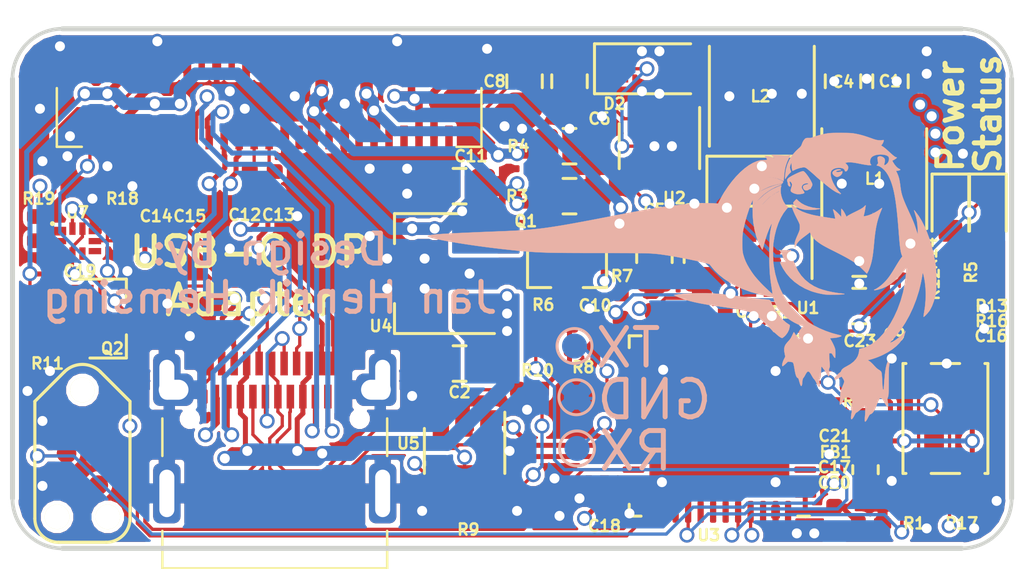
<source format=kicad_pcb>
(kicad_pcb (version 20171130) (host pcbnew 5.0.1)
  (layers (0 F.Cu signal) (1 In1.Cu signal) (2 In2.Cu signal) (31 B.Cu signal) (34 B.Paste user) (35 F.Paste user) (36 B.SilkS user) (37 F.SilkS user) (38 B.Mask user) (39 F.Mask user) (44 Edge.Cuts user))
  (net 0 "")
  (net 1 GND)
  (net 2 L1_P)
  (net 3 L1_N)
  (net 4 +5V)
  (net 5 CC2)
  (net 6 USB_P)
  (net 7 USB_N)
  (net 8 SBU2)
  (net 9 L2_N)
  (net 10 SBU1)
  (net 11 L2_P)
  (net 12 CC1)
  (net 13 +3V3)
  (net 14 SWDIO)
  (net 15 NRST)
  (net 16 SWCLK)
  (net 17 "Net-(P1-Pad6)")
  (net 18 "Net-(U7-Pad1)")
  (net 19 AUX_P)
  (net 20 "Net-(U7-Pad6)")
  (net 21 AUX_N)
  (net 22 SBU_ENABLE)
  (net 23 LEDA2)
  (net 24 LEDA1)
  (net 25 LEDC1)
  (net 26 L3_P)
  (net 27 LEDC2)
  (net 28 L0_N)
  (net 29 HPD)
  (net 30 L0_P)
  (net 31 L3_N)
  (net 32 "Net-(TP2-Pad1)")
  (net 33 "Net-(TP1-Pad1)")
  (net 34 VBUS_SENSE)
  (net 35 RXREF)
  (net 36 _DP_AUX_N)
  (net 37 "Net-(C10-Pad1)")
  (net 38 _DP_AUX_P)
  (net 39 "Net-(Q1-Pad2)")
  (net 40 CC_RX)
  (net 41 STM_HPD)
  (net 42 "Net-(D3-Pad2)")
  (net 43 PWM)
  (net 44 DFU)
  (net 45 CC_TX)
  (net 46 "Net-(D4-Pad2)")
  (net 47 "Net-(D1-Pad2)")
  (net 48 "Net-(D2-Pad2)")
  (net 49 "Net-(U3-Pad2)")
  (net 50 "Net-(U3-Pad3)")
  (net 51 "Net-(U3-Pad4)")
  (net 52 "Net-(U3-Pad5)")
  (net 53 "Net-(U3-Pad6)")
  (net 54 VDDA)
  (net 55 "Net-(U3-Pad13)")
  (net 56 "Net-(D3-Pad1)")
  (net 57 "Net-(U3-Pad19)")
  (net 58 "Net-(U3-Pad20)")
  (net 59 "Net-(U3-Pad21)")
  (net 60 "Net-(U3-Pad22)")
  (net 61 "Net-(U3-Pad25)")
  (net 62 "Net-(U3-Pad26)")
  (net 63 "Net-(U3-Pad27)")
  (net 64 "Net-(U3-Pad28)")
  (net 65 "Net-(U3-Pad29)")
  (net 66 "Net-(U3-Pad38)")
  (net 67 "Net-(U3-Pad39)")
  (net 68 "Net-(U3-Pad41)")
  (net 69 "Net-(U3-Pad42)")
  (net 70 "Net-(U3-Pad43)")
  (net 71 "Net-(U3-Pad46)")
  (net 72 /_L3_N)
  (net 73 /_L3_P)
  (net 74 /_L0_N)
  (net 75 /_L0_P)
  (module otter:otter_laying_2_2012_mirror (layer B.Cu) (at 128.2 110 180)
    (fp_text reference G*** hide)
    (fp_text value LOGO hide)
  )
  (module Resistor_SMD:R_0805_2012Metric (layer F.Cu) (at 122.3 106.7)
    (fp_text reference R3 (at -2.1 0) (layer F.SilkS) (effects (font (size 0.45 0.45) (thickness 0.1))))
    (fp_text value 0.8)
    (pad 2 smd roundrect (at 0.9375 0) (size 0.975 1.4) (layers F.Cu F.Paste F.Mask) (net 1 GND))
    (pad 1 smd roundrect (at -0.9375 0) (size 0.975 1.4) (layers F.Cu F.Paste F.Mask) (net 27 LEDC2))
  )
  (module Resistor_SMD:R_0805_2012Metric (layer F.Cu) (at 122.3 104.7)
    (fp_text reference R4 (at -2.05 0) (layer F.SilkS) (effects (font (size 0.45 0.45) (thickness 0.1))))
    (fp_text value 0.8)
    (pad 1 smd roundrect (at -0.9375 0) (size 0.975 1.4) (layers F.Cu F.Paste F.Mask) (net 25 LEDC1))
    (pad 2 smd roundrect (at 0.9375 0) (size 0.975 1.4) (layers F.Cu F.Paste F.Mask) (net 1 GND))
  )
  (module Resistor_SMD:R_0402_1005Metric (layer F.Cu) (at 120.7 114.45)
    (fp_text reference R10 (at 0.325 -0.775) (layer F.SilkS) (effects (font (size 0.45 0.45) (thickness 0.1))))
    (fp_text value 0)
    (pad 2 smd roundrect (at 0.485 0) (size 0.59 0.64) (layers F.Cu F.Paste F.Mask) (net 37 "Net-(C10-Pad1)"))
    (pad 1 smd roundrect (at -0.485 0) (size 0.59 0.64) (layers F.Cu F.Paste F.Mask) (net 5 CC2))
  )
  (module Resistor_SMD:R_0402_1005Metric (layer F.Cu) (at 118.25 119.3)
    (fp_text reference R9 (at 0 0.75) (layer F.SilkS) (effects (font (size 0.45 0.45) (thickness 0.1))))
    (fp_text value 0)
    (pad 1 smd roundrect (at -0.485 0) (size 0.59 0.64) (layers F.Cu F.Paste F.Mask) (net 12 CC1))
    (pad 2 smd roundrect (at 0.485 0) (size 0.59 0.64) (layers F.Cu F.Paste F.Mask) (net 37 "Net-(C10-Pad1)"))
  )
  (module Capacitor_SMD:C_0402_1005Metric (layer F.Cu) (at 123.7 118.7 90)
    (fp_text reference C18 (at -1.2 0 180) (layer F.SilkS) (effects (font (size 0.45 0.45) (thickness 0.1))))
    (fp_text value 100n)
    (pad 1 smd roundrect (at -0.485 0 90) (size 0.59 0.64) (layers F.Cu F.Paste F.Mask) (net 13 +3V3))
    (pad 2 smd roundrect (at 0.485 0 90) (size 0.59 0.64) (layers F.Cu F.Paste F.Mask) (net 1 GND))
  )
  (module Capacitor_SMD:C_0402_1005Metric (layer F.Cu) (at 134.35 119.8)
    (fp_text reference C17 (at -1.45 -2.25) (layer F.SilkS) (effects (font (size 0.45 0.45) (thickness 0.1))))
    (fp_text value 100n)
    (pad 2 smd roundrect (at 0.485 0) (size 0.59 0.64) (layers F.Cu F.Paste F.Mask) (net 1 GND))
    (pad 1 smd roundrect (at -0.485 0) (size 0.59 0.64) (layers F.Cu F.Paste F.Mask) (net 13 +3V3))
  )
  (module Capacitor_SMD:C_0402_1005Metric (layer F.Cu) (at 136.65 112.2)
    (fp_text reference C16 (at 2.525 0.1) (layer F.SilkS) (effects (font (size 0.45 0.45) (thickness 0.1))))
    (fp_text value 100n)
    (pad 1 smd roundrect (at -0.485 0) (size 0.59 0.64) (layers F.Cu F.Paste F.Mask) (net 34 VBUS_SENSE))
    (pad 2 smd roundrect (at 0.485 0) (size 0.59 0.64) (layers F.Cu F.Paste F.Mask) (net 1 GND))
  )
  (module Capacitor_SMD:C_0402_1005Metric (layer F.Cu) (at 106.96538 106.214645 270)
    (fp_text reference C15 (at 1.285355 -0.13462) (layer F.SilkS) (effects (font (size 0.45 0.45) (thickness 0.1))))
    (fp_text value 100n)
    (pad 2 smd roundrect (at 0.485 0 270) (size 0.59 0.64) (layers F.Cu F.Paste F.Mask) (net 75 /_L0_P))
    (pad 1 smd roundrect (at -0.485 0 270) (size 0.59 0.64) (layers F.Cu F.Paste F.Mask) (net 30 L0_P))
  )
  (module Capacitor_SMD:C_0402_1005Metric (layer F.Cu) (at 110.5 106.2 270)
    (fp_text reference C13 (at 1.25 -0.15) (layer F.SilkS) (effects (font (size 0.45 0.45) (thickness 0.1))))
    (fp_text value 100n)
    (pad 1 smd roundrect (at -0.485 0 270) (size 0.59 0.64) (layers F.Cu F.Paste F.Mask) (net 26 L3_P))
    (pad 2 smd roundrect (at 0.485 0 270) (size 0.59 0.64) (layers F.Cu F.Paste F.Mask) (net 73 /_L3_P))
  )
  (module Capacitor_SMD:C_0402_1005Metric (layer F.Cu) (at 109.5 106.2 270)
    (fp_text reference C12 (at 1.25 0.2) (layer F.SilkS) (effects (font (size 0.45 0.45) (thickness 0.1))))
    (fp_text value 100n)
    (pad 2 smd roundrect (at 0.485 0 270) (size 0.59 0.64) (layers F.Cu F.Paste F.Mask) (net 72 /_L3_N))
    (pad 1 smd roundrect (at -0.485 0 270) (size 0.59 0.64) (layers F.Cu F.Paste F.Mask) (net 31 L3_N))
  )
  (module Capacitor_SMD:C_0402_1005Metric (layer F.Cu) (at 101.6 110.3 270)
    (fp_text reference C19 (at -0.6 -1.1 180) (layer F.SilkS) (effects (font (size 0.45 0.45) (thickness 0.1))))
    (fp_text value 100n)
    (pad 1 smd roundrect (at -0.485 0 270) (size 0.59 0.64) (layers F.Cu F.Paste F.Mask) (net 13 +3V3))
    (pad 2 smd roundrect (at 0.485 0 270) (size 0.59 0.64) (layers F.Cu F.Paste F.Mask) (net 1 GND))
  )
  (module Capacitor_SMD:C_0402_1005Metric (layer F.Cu) (at 122.85 111.85)
    (fp_text reference C10 (at 0.475 -0.775) (layer F.SilkS) (effects (font (size 0.45 0.45) (thickness 0.1))))
    (fp_text value 820p)
    (pad 2 smd roundrect (at 0.485 0) (size 0.59 0.64) (layers F.Cu F.Paste F.Mask) (net 1 GND))
    (pad 1 smd roundrect (at -0.485 0) (size 0.59 0.64) (layers F.Cu F.Paste F.Mask) (net 37 "Net-(C10-Pad1)"))
  )
  (module Capacitor_SMD:C_0402_1005Metric (layer F.Cu) (at 132.9 119.6 270)
    (fp_text reference C20 (at -1.425 0) (layer F.SilkS) (effects (font (size 0.45 0.45) (thickness 0.1))))
    (fp_text value 100n)
    (pad 1 smd roundrect (at -0.485 0 270) (size 0.59 0.64) (layers F.Cu F.Paste F.Mask) (net 13 +3V3))
    (pad 2 smd roundrect (at 0.485 0 270) (size 0.59 0.64) (layers F.Cu F.Paste F.Mask) (net 1 GND))
  )
  (module Capacitor_SMD:C_0402_1005Metric (layer F.Cu) (at 133.7 115.5 180)
    (fp_text reference C21 (at 0.775 -0.8 180) (layer F.SilkS) (effects (font (size 0.45 0.45) (thickness 0.1))))
    (fp_text value 100n)
    (pad 2 smd roundrect (at 0.485 0 180) (size 0.59 0.64) (layers F.Cu F.Paste F.Mask) (net 1 GND))
    (pad 1 smd roundrect (at -0.485 0 180) (size 0.59 0.64) (layers F.Cu F.Paste F.Mask) (net 54 VDDA))
  )
  (module Capacitor_SMD:C_0402_1005Metric (layer F.Cu) (at 126.1 111.3)
    (fp_text reference C22 (at 3.5 0.025) (layer F.SilkS) (effects (font (size 0.45 0.45) (thickness 0.1))))
    (fp_text value 100n)
    (pad 1 smd roundrect (at -0.485 0) (size 0.59 0.64) (layers F.Cu F.Paste F.Mask) (net 13 +3V3))
    (pad 2 smd roundrect (at 0.485 0) (size 0.59 0.64) (layers F.Cu F.Paste F.Mask) (net 1 GND))
  )
  (module Capacitor_SMD:C_0402_1005Metric (layer F.Cu) (at 133.9 113.25)
    (fp_text reference C23 (at 0.025 -0.75) (layer F.SilkS) (effects (font (size 0.45 0.45) (thickness 0.1))))
    (fp_text value 220n)
    (pad 2 smd roundrect (at 0.485 0) (size 0.59 0.64) (layers F.Cu F.Paste F.Mask) (net 1 GND))
    (pad 1 smd roundrect (at -0.485 0) (size 0.59 0.64) (layers F.Cu F.Paste F.Mask) (net 35 RXREF))
  )
  (module Capacitor_SMD:C_0402_1005Metric (layer F.Cu) (at 105.91538 106.214645 270)
    (fp_text reference C14 (at 1.285355 0.16538) (layer F.SilkS) (effects (font (size 0.45 0.45) (thickness 0.1))))
    (fp_text value 100n)
    (pad 1 smd roundrect (at -0.485 0 270) (size 0.59 0.64) (layers F.Cu F.Paste F.Mask) (net 28 L0_N))
    (pad 2 smd roundrect (at 0.485 0 270) (size 0.59 0.64) (layers F.Cu F.Paste F.Mask) (net 74 /_L0_N))
  )
  (module Inductor_SMD:L_0603_1608Metric (layer F.Cu) (at 134.15 117.65 270)
    (fp_text reference FB1 (at -0.7 1.2 180) (layer F.SilkS) (effects (font (size 0.45 0.45) (thickness 0.1))))
    (fp_text value FERRET)
    (pad 1 smd roundrect (at -0.7875 0 270) (size 0.875 0.95) (layers F.Cu F.Paste F.Mask) (net 54 VDDA))
    (pad 2 smd roundrect (at 0.7875 0 270) (size 0.875 0.95) (layers F.Cu F.Paste F.Mask) (net 13 +3V3))
  )
  (module Resistor_SMD:R_0402_1005Metric (layer F.Cu) (at 124.35 111.1 270)
    (fp_text reference R7 (at -1.2 -0.05) (layer F.SilkS) (effects (font (size 0.45 0.45) (thickness 0.1))))
    (fp_text value 75)
    (pad 1 smd roundrect (at -0.485 0 270) (size 0.59 0.64) (layers F.Cu F.Paste F.Mask) (net 39 "Net-(Q1-Pad2)"))
    (pad 2 smd roundrect (at 0.485 0 270) (size 0.59 0.64) (layers F.Cu F.Paste F.Mask) (net 40 CC_RX))
  )
  (module Resistor_SMD:R_0402_1005Metric (layer F.Cu) (at 136.1 119 180)
    (fp_text reference R1 (at 0 -0.8 180) (layer F.SilkS) (effects (font (size 0.45 0.45) (thickness 0.1))))
    (fp_text value 5k1)
    (pad 2 smd roundrect (at 0.485 0 180) (size 0.59 0.64) (layers F.Cu F.Paste F.Mask) (net 44 DFU))
    (pad 1 smd roundrect (at -0.485 0 180) (size 0.59 0.64) (layers F.Cu F.Paste F.Mask) (net 1 GND))
  )
  (module Resistor_SMD:R_0402_1005Metric (layer F.Cu) (at 128.05 111.35)
    (fp_text reference R2 (at 2.775 0) (layer F.SilkS) (effects (font (size 0.45 0.45) (thickness 0.1))))
    (fp_text value 5k1)
    (pad 1 smd roundrect (at -0.485 0) (size 0.59 0.64) (layers F.Cu F.Paste F.Mask) (net 13 +3V3))
    (pad 2 smd roundrect (at 0.485 0) (size 0.59 0.64) (layers F.Cu F.Paste F.Mask) (net 43 PWM))
  )
  (module Resistor_SMD:R_0402_1005Metric (layer F.Cu) (at 139.05 109.75 270)
    (fp_text reference R5 (at 0 0.675 270) (layer F.SilkS) (effects (font (size 0.45 0.45) (thickness 0.1))))
    (fp_text value 1k)
    (pad 2 smd roundrect (at 0.485 0 270) (size 0.59 0.64) (layers F.Cu F.Paste F.Mask) (net 13 +3V3))
    (pad 1 smd roundrect (at -0.485 0 270) (size 0.59 0.64) (layers F.Cu F.Paste F.Mask) (net 42 "Net-(D3-Pad2)"))
  )
  (module Resistor_SMD:R_0402_1005Metric (layer F.Cu) (at 101.6 112.2 270)
    (fp_text reference R11 (at 1.2 0.2) (layer F.SilkS) (effects (font (size 0.45 0.45) (thickness 0.1))))
    (fp_text value 1M)
    (pad 1 smd roundrect (at -0.485 0 270) (size 0.59 0.64) (layers F.Cu F.Paste F.Mask) (net 1 GND))
    (pad 2 smd roundrect (at 0.485 0 270) (size 0.59 0.64) (layers F.Cu F.Paste F.Mask) (net 41 STM_HPD))
  )
  (module Resistor_SMD:R_0402_1005Metric (layer F.Cu) (at 121.25 112.3 270)
    (fp_text reference R6 (at -1.25 0) (layer F.SilkS) (effects (font (size 0.45 0.45) (thickness 0.1))))
    (fp_text value 169)
    (pad 2 smd roundrect (at 0.485 0 270) (size 0.59 0.64) (layers F.Cu F.Paste F.Mask) (net 45 CC_TX))
    (pad 1 smd roundrect (at -0.485 0 270) (size 0.59 0.64) (layers F.Cu F.Paste F.Mask) (net 39 "Net-(Q1-Pad2)"))
  )
  (module Resistor_SMD:R_0402_1005Metric (layer F.Cu) (at 137.55 109.75 270)
    (fp_text reference R12 (at 0.475 0.675 270) (layer F.SilkS) (effects (font (size 0.45 0.45) (thickness 0.1))))
    (fp_text value 1k)
    (pad 1 smd roundrect (at -0.485 0 270) (size 0.59 0.64) (layers F.Cu F.Paste F.Mask) (net 46 "Net-(D4-Pad2)"))
    (pad 2 smd roundrect (at 0.485 0 270) (size 0.59 0.64) (layers F.Cu F.Paste F.Mask) (net 13 +3V3))
  )
  (module Resistor_SMD:R_0402_1005Metric (layer F.Cu) (at 100.9 108 90)
    (fp_text reference R19 (at 1.2 0.15 180) (layer F.SilkS) (effects (font (size 0.45 0.45) (thickness 0.1))))
    (fp_text value 0)
    (pad 2 smd roundrect (at 0.485 0 90) (size 0.59 0.64) (layers F.Cu F.Paste F.Mask) (net 38 _DP_AUX_P))
    (pad 1 smd roundrect (at -0.485 0 90) (size 0.59 0.64) (layers F.Cu F.Paste F.Mask) (net 19 AUX_P))
  )
  (module Resistor_SMD:R_0402_1005Metric (layer F.Cu) (at 122.85 112.8)
    (fp_text reference R8 (at 0 0.75) (layer F.SilkS) (effects (font (size 0.45 0.45) (thickness 0.1))))
    (fp_text value 5k1)
    (pad 1 smd roundrect (at -0.485 0) (size 0.59 0.64) (layers F.Cu F.Paste F.Mask) (net 37 "Net-(C10-Pad1)"))
    (pad 2 smd roundrect (at 0.485 0) (size 0.59 0.64) (layers F.Cu F.Paste F.Mask) (net 1 GND))
  )
  (module Resistor_SMD:R_0402_1005Metric (layer F.Cu) (at 136.05 109.8 270)
    (fp_text reference R14 (at -0.8 -0.725 270) (layer F.SilkS) (effects (font (size 0.45 0.45) (thickness 0.1))))
    (fp_text value 1k5)
    (pad 2 smd roundrect (at 0.485 0 270) (size 0.59 0.64) (layers F.Cu F.Paste F.Mask) (net 34 VBUS_SENSE))
    (pad 1 smd roundrect (at -0.485 0 270) (size 0.59 0.64) (layers F.Cu F.Paste F.Mask) (net 1 GND))
  )
  (module Resistor_SMD:R_0402_1005Metric (layer F.Cu) (at 104.4 108 90)
    (fp_text reference R18 (at 1.2 0 180) (layer F.SilkS) (effects (font (size 0.45 0.45) (thickness 0.1))))
    (fp_text value 0)
    (pad 1 smd roundrect (at -0.485 0 90) (size 0.59 0.64) (layers F.Cu F.Paste F.Mask) (net 21 AUX_N))
    (pad 2 smd roundrect (at 0.485 0 90) (size 0.59 0.64) (layers F.Cu F.Paste F.Mask) (net 36 _DP_AUX_N))
  )
  (module Resistor_SMD:R_0402_1005Metric (layer F.Cu) (at 133.9 114.2)
    (fp_text reference R15 (at 0 0.7) (layer F.SilkS) (effects (font (size 0.45 0.45) (thickness 0.1))))
    (fp_text value 24k)
    (pad 2 smd roundrect (at 0.485 0) (size 0.59 0.64) (layers F.Cu F.Paste F.Mask) (net 13 +3V3))
    (pad 1 smd roundrect (at -0.485 0) (size 0.59 0.64) (layers F.Cu F.Paste F.Mask) (net 35 RXREF))
  )
  (module Resistor_SMD:R_0402_1005Metric (layer F.Cu) (at 138.1 111.7 270)
    (fp_text reference R16 (at 0 -1.1) (layer F.SilkS) (effects (font (size 0.45 0.45) (thickness 0.1))))
    (fp_text value 4k7)
    (pad 1 smd roundrect (at -0.485 0 270) (size 0.59 0.64) (layers F.Cu F.Paste F.Mask) (net 1 GND))
    (pad 2 smd roundrect (at 0.485 0 270) (size 0.59 0.64) (layers F.Cu F.Paste F.Mask) (net 35 RXREF))
  )
  (module Resistor_SMD:R_0402_1005Metric (layer F.Cu) (at 138 119 180)
    (fp_text reference R17 (at 0 -0.8 180) (layer F.SilkS) (effects (font (size 0.45 0.45) (thickness 0.1))))
    (fp_text value 24k)
    (pad 2 smd roundrect (at 0.485 0 180) (size 0.59 0.64) (layers F.Cu F.Paste F.Mask) (net 22 SBU_ENABLE))
    (pad 1 smd roundrect (at -0.485 0 180) (size 0.59 0.64) (layers F.Cu F.Paste F.Mask) (net 1 GND))
  )
  (module Resistor_SMD:R_0402_1005Metric (layer F.Cu) (at 136.65 111.25)
    (fp_text reference R13 (at 2.55 -0.15) (layer F.SilkS) (effects (font (size 0.45 0.45) (thickness 0.1))))
    (fp_text value 8k2)
    (pad 1 smd roundrect (at -0.485 0) (size 0.59 0.64) (layers F.Cu F.Paste F.Mask) (net 34 VBUS_SENSE))
    (pad 2 smd roundrect (at 0.485 0) (size 0.59 0.64) (layers F.Cu F.Paste F.Mask) (net 4 +5V))
  )
  (module Package_TO_SOT_SMD:SOT-89-3 (layer F.Cu) (at 117.073799 109.8 180)
    (fp_text reference U4 (at 2.323799 -2.1 180) (layer F.SilkS) (effects (font (size 0.45 0.45) (thickness 0.1))))
    (fp_text value AP2204R-3.3)
    (pad 2 smd trapezoid (at 2.667 0 90) (size 1.6 0.85) (rect_delta 0 0.6) (layers F.Cu F.Paste F.Mask) (net 1 GND))
    (pad 1 smd rect (at -1.48 -1.5 90) (size 1 1.5) (layers F.Cu F.Paste F.Mask) (net 4 +5V))
    (pad 2 smd rect (at -1.3335 0 90) (size 1 1.8) (layers F.Cu F.Paste F.Mask) (net 1 GND))
    (pad 3 smd rect (at -1.48 1.5 90) (size 1 1.5) (layers F.Cu F.Paste F.Mask) (net 13 +3V3))
    (pad 2 smd rect (at 1.3335 0 90) (size 2.2 1.84) (layers F.Cu F.Paste F.Mask) (net 1 GND))
    (pad 2 smd trapezoid (at -0.0762 0 270) (size 1.5 1) (rect_delta 0 0.7) (layers F.Cu F.Paste F.Mask) (net 1 GND))
  )
  (module Button_Switch_SMD:SW_SPST_PTS810 (layer F.Cu) (at 137.35 115.6 90)
    (fp_text reference SW1 hide)
    (fp_text value DFU)
    (pad 1 smd rect (at -2.075 -1.075 90) (size 1.05 0.65) (layers F.Cu F.Paste F.Mask) (net 44 DFU))
    (pad 1 smd rect (at 2.075 -1.075 90) (size 1.05 0.65) (layers F.Cu F.Paste F.Mask) (net 44 DFU))
    (pad 2 smd rect (at -2.075 1.075 90) (size 1.05 0.65) (layers F.Cu F.Paste F.Mask) (net 13 +3V3))
    (pad 2 smd rect (at 2.075 1.075 90) (size 1.05 0.65) (layers F.Cu F.Paste F.Mask) (net 13 +3V3))
  )
  (module Capacitor_SMD:C_0805_2012Metric (layer F.Cu) (at 122.3 102.1 270)
    (fp_text reference C6 (at 1.5 -1.2) (layer F.SilkS) (effects (font (size 0.45 0.45) (thickness 0.1))))
    (fp_text value 2.2uF)
    (pad 2 smd roundrect (at 0.9375 0 270) (size 0.975 1.4) (layers F.Cu F.Paste F.Mask) (net 1 GND))
    (pad 1 smd roundrect (at -0.9375 0 270) (size 0.975 1.4) (layers F.Cu F.Paste F.Mask) (net 24 LEDA1))
  )
  (module Capacitor_SMD:C_0805_2012Metric (layer F.Cu) (at 135.15 102.099999 90)
    (fp_text reference C1 (at -0.000001 -0.025 180) (layer F.SilkS) (effects (font (size 0.45 0.45) (thickness 0.1))))
    (fp_text value 2.2uF)
    (pad 1 smd roundrect (at -0.9375 0 90) (size 0.975 1.4) (layers F.Cu F.Paste F.Mask) (net 4 +5V))
    (pad 2 smd roundrect (at 0.9375 0 90) (size 0.975 1.4) (layers F.Cu F.Paste F.Mask) (net 1 GND))
  )
  (module Capacitor_SMD:C_0805_2012Metric (layer F.Cu) (at 133.25 102.099999 90)
    (fp_text reference C4 (at -0.025001 0 180) (layer F.SilkS) (effects (font (size 0.45 0.45) (thickness 0.1))))
    (fp_text value 2.2uF)
    (pad 2 smd roundrect (at 0.9375 0 90) (size 0.975 1.4) (layers F.Cu F.Paste F.Mask) (net 1 GND))
    (pad 1 smd roundrect (at -0.9375 0 90) (size 0.975 1.4) (layers F.Cu F.Paste F.Mask) (net 4 +5V))
  )
  (module Capacitor_SMD:C_0805_2012Metric (layer F.Cu) (at 133.9 109.2)
    (fp_text reference C3 (at 2.1 -0.675) (layer F.SilkS) (effects (font (size 0.45 0.45) (thickness 0.1))))
    (fp_text value 2.2uF)
    (pad 1 smd roundrect (at -0.9375 0) (size 0.975 1.4) (layers F.Cu F.Paste F.Mask) (net 4 +5V))
    (pad 2 smd roundrect (at 0.9375 0) (size 0.975 1.4) (layers F.Cu F.Paste F.Mask) (net 1 GND))
  )
  (module Capacitor_SMD:C_0805_2012Metric (layer F.Cu) (at 125.7 109.1 270)
    (fp_text reference C5 (at -1.85 0) (layer F.SilkS) (effects (font (size 0.45 0.45) (thickness 0.1))))
    (fp_text value 2.2uF)
    (pad 2 smd roundrect (at 0.9375 0 270) (size 0.975 1.4) (layers F.Cu F.Paste F.Mask) (net 1 GND))
    (pad 1 smd roundrect (at -0.9375 0 270) (size 0.975 1.4) (layers F.Cu F.Paste F.Mask) (net 23 LEDA2))
  )
  (module Capacitor_SMD:C_0805_2012Metric (layer F.Cu) (at 127.6 109.1 270)
    (fp_text reference C7 (at -1.825 0.35) (layer F.SilkS) (effects (font (size 0.45 0.45) (thickness 0.1))))
    (fp_text value 2.2uF)
    (pad 1 smd roundrect (at -0.9375 0 270) (size 0.975 1.4) (layers F.Cu F.Paste F.Mask) (net 23 LEDA2))
    (pad 2 smd roundrect (at 0.9375 0 270) (size 0.975 1.4) (layers F.Cu F.Paste F.Mask) (net 1 GND))
  )
  (module Capacitor_SMD:C_0805_2012Metric (layer F.Cu) (at 120.5 102.1 270)
    (fp_text reference C8 (at 0 1.2) (layer F.SilkS) (effects (font (size 0.45 0.45) (thickness 0.1))))
    (fp_text value 2.2uF)
    (pad 2 smd roundrect (at 0.9375 0 270) (size 0.975 1.4) (layers F.Cu F.Paste F.Mask) (net 1 GND))
    (pad 1 smd roundrect (at -0.9375 0 270) (size 0.975 1.4) (layers F.Cu F.Paste F.Mask) (net 24 LEDA1))
  )
  (module Capacitor_SMD:C_0805_2012Metric (layer F.Cu) (at 133.9 111.1)
    (fp_text reference C9 (at 1.4 1.15) (layer F.SilkS) (effects (font (size 0.45 0.45) (thickness 0.1))))
    (fp_text value 2.2uF)
    (pad 1 smd roundrect (at -0.9375 0) (size 0.975 1.4) (layers F.Cu F.Paste F.Mask) (net 4 +5V))
    (pad 2 smd roundrect (at 0.9375 0) (size 0.975 1.4) (layers F.Cu F.Paste F.Mask) (net 1 GND))
  )
  (module Capacitor_SMD:C_0805_2012Metric (layer F.Cu) (at 117.9 113.4 180)
    (fp_text reference C2 (at 0 -1.15 180) (layer F.SilkS) (effects (font (size 0.45 0.45) (thickness 0.1))))
    (fp_text value 2.2uF)
    (pad 2 smd roundrect (at 0.9375 0 180) (size 0.975 1.4) (layers F.Cu F.Paste F.Mask) (net 1 GND))
    (pad 1 smd roundrect (at -0.9375 0 180) (size 0.975 1.4) (layers F.Cu F.Paste F.Mask) (net 4 +5V))
  )
  (module Capacitor_SMD:C_0805_2012Metric (layer F.Cu) (at 117.9 106.3 180)
    (fp_text reference C11 (at -0.45 1.2 180) (layer F.SilkS) (effects (font (size 0.45 0.45) (thickness 0.1))))
    (fp_text value 2.2uF)
    (pad 1 smd roundrect (at -0.9375 0 180) (size 0.975 1.4) (layers F.Cu F.Paste F.Mask) (net 13 +3V3))
    (pad 2 smd roundrect (at 0.9375 0 180) (size 0.975 1.4) (layers F.Cu F.Paste F.Mask) (net 1 GND))
  )
  (module Diode_SMD:D_SOD-123F (layer F.Cu) (at 125.5 101.6)
    (fp_text reference D2 (at -1.4 1.4) (layer F.SilkS) (effects (font (size 0.45 0.45) (thickness 0.1))))
    (fp_text value SM4007PL)
    (pad 2 smd rect (at 1.4 0) (size 1.1 1.1) (layers F.Cu F.Paste F.Mask) (net 48 "Net-(D2-Pad2)"))
    (pad 1 smd rect (at -1.4 0) (size 1.1 1.1) (layers F.Cu F.Paste F.Mask) (net 24 LEDA1))
  )
  (module Diode_SMD:D_SOD-123F (layer F.Cu) (at 130 106.1)
    (fp_text reference D1 (at -1.4 1.375) (layer F.SilkS) (effects (font (size 0.45 0.45) (thickness 0.1))))
    (fp_text value SM4007PL)
    (pad 1 smd rect (at -1.4 0) (size 1.1 1.1) (layers F.Cu F.Paste F.Mask) (net 23 LEDA2))
    (pad 2 smd rect (at 1.4 0) (size 1.1 1.1) (layers F.Cu F.Paste F.Mask) (net 47 "Net-(D1-Pad2)"))
  )
  (module Inductor_SMD:L_Taiyo-Yuden_MD-4040 (layer F.Cu) (at 134.5 106 90)
    (fp_text reference L1 (at 0 0.025 180) (layer F.SilkS) (effects (font (size 0.45 0.45) (thickness 0.1))))
    (fp_text value 22uH)
    (pad 2 smd rect (at 1.4 0 90) (size 1.2 3.7) (layers F.Cu F.Paste F.Mask) (net 47 "Net-(D1-Pad2)"))
    (pad 1 smd rect (at -1.4 0 90) (size 1.2 3.7) (layers F.Cu F.Paste F.Mask) (net 4 +5V))
  )
  (module Inductor_SMD:L_Taiyo-Yuden_MD-4040 (layer F.Cu) (at 130 102.7 90)
    (fp_text reference L2 (at 0 -0.05 180) (layer F.SilkS) (effects (font (size 0.45 0.45) (thickness 0.1))))
    (fp_text value 22uH)
    (pad 1 smd rect (at -1.4 0 90) (size 1.2 3.7) (layers F.Cu F.Paste F.Mask) (net 4 +5V))
    (pad 2 smd rect (at 1.4 0 90) (size 1.2 3.7) (layers F.Cu F.Paste F.Mask) (net 48 "Net-(D2-Pad2)"))
  )
  (module LED_SMD:LED_0603_1608Metric (layer F.Cu) (at 137.55 107.3 270)
    (fp_text reference D4 hide)
    (fp_text value LED)
    (pad 2 smd roundrect (at 0.7875 0 270) (size 0.875 0.95) (layers F.Cu F.Paste F.Mask) (net 46 "Net-(D4-Pad2)"))
    (pad 1 smd roundrect (at -0.7875 0 270) (size 0.875 0.95) (layers F.Cu F.Paste F.Mask) (net 1 GND))
  )
  (module LED_SMD:LED_0603_1608Metric (layer F.Cu) (at 139.05 107.3 270)
    (fp_text reference D3 hide)
    (fp_text value LED)
    (pad 1 smd roundrect (at -0.7875 0 270) (size 0.875 0.95) (layers F.Cu F.Paste F.Mask) (net 56 "Net-(D3-Pad1)"))
    (pad 2 smd roundrect (at 0.7875 0 270) (size 0.875 0.95) (layers F.Cu F.Paste F.Mask) (net 42 "Net-(D3-Pad2)"))
  )
  (module Package_DFN_QFN:QFN-48-1EP_7x7mm_P0.5mm_EP5.6x5.6mm (layer F.Cu) (at 128.3 115.9 180)
    (fp_text reference U3 (at 0.425 -4.375 180) (layer F.SilkS) (effects (font (size 0.45 0.45) (thickness 0.1))))
    (fp_text value STM32F072CBUx)
    (pad 49 smd roundrect (at 0 0 180) (size 5.6 5.6) (layers F.Cu F.Mask) (roundrect_rratio 0.044643) (net 1 GND))
    (pad 1 smd roundrect (at -3.4375 -2.75 180) (size 0.875 0.25) (layers F.Cu F.Paste F.Mask) (net 13 +3V3))
    (pad 2 smd roundrect (at -3.4375 -2.25 180) (size 0.875 0.25) (layers F.Cu F.Paste F.Mask) (net 49 "Net-(U3-Pad2)"))
    (pad 3 smd roundrect (at -3.4375 -1.75 180) (size 0.875 0.25) (layers F.Cu F.Paste F.Mask) (net 50 "Net-(U3-Pad3)"))
    (pad 4 smd roundrect (at -3.4375 -1.25 180) (size 0.875 0.25) (layers F.Cu F.Paste F.Mask) (net 51 "Net-(U3-Pad4)"))
    (pad 5 smd roundrect (at -3.4375 -0.75 180) (size 0.875 0.25) (layers F.Cu F.Paste F.Mask) (net 52 "Net-(U3-Pad5)"))
    (pad 6 smd roundrect (at -3.4375 -0.25 180) (size 0.875 0.25) (layers F.Cu F.Paste F.Mask) (net 53 "Net-(U3-Pad6)"))
    (pad 7 smd roundrect (at -3.4375 0.25 180) (size 0.875 0.25) (layers F.Cu F.Paste F.Mask) (net 15 NRST))
    (pad 8 smd roundrect (at -3.4375 0.75 180) (size 0.875 0.25) (layers F.Cu F.Paste F.Mask) (net 1 GND))
    (pad 9 smd roundrect (at -3.4375 1.25 180) (size 0.875 0.25) (layers F.Cu F.Paste F.Mask) (net 54 VDDA))
    (pad 10 smd roundrect (at -3.4375 1.75 180) (size 0.875 0.25) (layers F.Cu F.Paste F.Mask) (net 22 SBU_ENABLE))
    (pad 11 smd roundrect (at -3.4375 2.25 180) (size 0.875 0.25) (layers F.Cu F.Paste F.Mask) (net 35 RXREF))
    (pad 12 smd roundrect (at -3.4375 2.75 180) (size 0.875 0.25) (layers F.Cu F.Paste F.Mask) (net 34 VBUS_SENSE))
    (pad 13 smd roundrect (at -2.75 3.4375 180) (size 0.25 0.875) (layers F.Cu F.Paste F.Mask) (net 55 "Net-(U3-Pad13)"))
    (pad 14 smd roundrect (at -2.25 3.4375 180) (size 0.25 0.875) (layers F.Cu F.Paste F.Mask) (net 40 CC_RX))
    (pad 15 smd roundrect (at -1.75 3.4375 180) (size 0.25 0.875) (layers F.Cu F.Paste F.Mask) (net 36 _DP_AUX_N))
    (pad 16 smd roundrect (at -1.25 3.4375 180) (size 0.25 0.875) (layers F.Cu F.Paste F.Mask) (net 38 _DP_AUX_P))
    (pad 17 smd roundrect (at -0.75 3.4375 180) (size 0.25 0.875) (layers F.Cu F.Paste F.Mask) (net 56 "Net-(D3-Pad1)"))
    (pad 18 smd roundrect (at -0.25 3.4375 180) (size 0.25 0.875) (layers F.Cu F.Paste F.Mask) (net 43 PWM))
    (pad 19 smd roundrect (at 0.25 3.4375 180) (size 0.25 0.875) (layers F.Cu F.Paste F.Mask) (net 57 "Net-(U3-Pad19)"))
    (pad 20 smd roundrect (at 0.75 3.4375 180) (size 0.25 0.875) (layers F.Cu F.Paste F.Mask) (net 58 "Net-(U3-Pad20)"))
    (pad 21 smd roundrect (at 1.25 3.4375 180) (size 0.25 0.875) (layers F.Cu F.Paste F.Mask) (net 59 "Net-(U3-Pad21)"))
    (pad 22 smd roundrect (at 1.75 3.4375 180) (size 0.25 0.875) (layers F.Cu F.Paste F.Mask) (net 60 "Net-(U3-Pad22)"))
    (pad 23 smd roundrect (at 2.25 3.4375 180) (size 0.25 0.875) (layers F.Cu F.Paste F.Mask) (net 1 GND))
    (pad 24 smd roundrect (at 2.75 3.4375 180) (size 0.25 0.875) (layers F.Cu F.Paste F.Mask) (net 13 +3V3))
    (pad 25 smd roundrect (at 3.4375 2.75 180) (size 0.875 0.25) (layers F.Cu F.Paste F.Mask) (net 61 "Net-(U3-Pad25)"))
    (pad 26 smd roundrect (at 3.4375 2.25 180) (size 0.875 0.25) (layers F.Cu F.Paste F.Mask) (net 62 "Net-(U3-Pad26)"))
    (pad 27 smd roundrect (at 3.4375 1.75 180) (size 0.875 0.25) (layers F.Cu F.Paste F.Mask) (net 63 "Net-(U3-Pad27)"))
    (pad 28 smd roundrect (at 3.4375 1.25 180) (size 0.875 0.25) (layers F.Cu F.Paste F.Mask) (net 64 "Net-(U3-Pad28)"))
    (pad 29 smd roundrect (at 3.4375 0.75 180) (size 0.875 0.25) (layers F.Cu F.Paste F.Mask) (net 65 "Net-(U3-Pad29)"))
    (pad 30 smd roundrect (at 3.4375 0.25 180) (size 0.875 0.25) (layers F.Cu F.Paste F.Mask) (net 33 "Net-(TP1-Pad1)"))
    (pad 31 smd roundrect (at 3.4375 -0.25 180) (size 0.875 0.25) (layers F.Cu F.Paste F.Mask) (net 32 "Net-(TP2-Pad1)"))
    (pad 32 smd roundrect (at 3.4375 -0.75 180) (size 0.875 0.25) (layers F.Cu F.Paste F.Mask) (net 7 USB_N))
    (pad 33 smd roundrect (at 3.4375 -1.25 180) (size 0.875 0.25) (layers F.Cu F.Paste F.Mask) (net 6 USB_P))
    (pad 34 smd roundrect (at 3.4375 -1.75 180) (size 0.875 0.25) (layers F.Cu F.Paste F.Mask) (net 14 SWDIO))
    (pad 35 smd roundrect (at 3.4375 -2.25 180) (size 0.875 0.25) (layers F.Cu F.Paste F.Mask) (net 1 GND))
    (pad 36 smd roundrect (at 3.4375 -2.75 180) (size 0.875 0.25) (layers F.Cu F.Paste F.Mask) (net 13 +3V3))
    (pad 37 smd roundrect (at 2.75 -3.4375 180) (size 0.25 0.875) (layers F.Cu F.Paste F.Mask) (net 16 SWCLK))
    (pad 38 smd roundrect (at 2.25 -3.4375 180) (size 0.25 0.875) (layers F.Cu F.Paste F.Mask) (net 66 "Net-(U3-Pad38)"))
    (pad 39 smd roundrect (at 1.75 -3.4375 180) (size 0.25 0.875) (layers F.Cu F.Paste F.Mask) (net 67 "Net-(U3-Pad39)"))
    (pad 40 smd roundrect (at 1.25 -3.4375 180) (size 0.25 0.875) (layers F.Cu F.Paste F.Mask) (net 45 CC_TX))
    (pad 41 smd roundrect (at 0.75 -3.4375 180) (size 0.25 0.875) (layers F.Cu F.Paste F.Mask) (net 68 "Net-(U3-Pad41)"))
    (pad 42 smd roundrect (at 0.25 -3.4375 180) (size 0.25 0.875) (layers F.Cu F.Paste F.Mask) (net 69 "Net-(U3-Pad42)"))
    (pad 43 smd roundrect (at -0.25 -3.4375 180) (size 0.25 0.875) (layers F.Cu F.Paste F.Mask) (net 70 "Net-(U3-Pad43)"))
    (pad 44 smd roundrect (at -0.75 -3.4375 180) (size 0.25 0.875) (layers F.Cu F.Paste F.Mask) (net 44 DFU))
    (pad 45 smd roundrect (at -1.25 -3.4375 180) (size 0.25 0.875) (layers F.Cu F.Paste F.Mask) (net 41 STM_HPD))
    (pad 46 smd roundrect (at -1.75 -3.4375 180) (size 0.25 0.875) (layers F.Cu F.Paste F.Mask) (net 71 "Net-(U3-Pad46)"))
    (pad 47 smd roundrect (at -2.25 -3.4375 180) (size 0.25 0.875) (layers F.Cu F.Paste F.Mask) (net 1 GND))
    (pad 48 smd roundrect (at -2.75 -3.4375 180) (size 0.25 0.875) (layers F.Cu F.Paste F.Mask) (net 13 +3V3))
  )
  (module Package_TO_SOT_SMD:SOT-23 (layer F.Cu) (at 103.8 111.6)
    (fp_text reference Q2 (at 0.2 1.2) (layer F.SilkS) (effects (font (size 0.45 0.45) (thickness 0.1))))
    (fp_text value 2N7002)
    (pad 3 smd rect (at 1 0) (size 0.9 0.8) (layers F.Cu F.Paste F.Mask) (net 29 HPD))
    (pad 2 smd rect (at -1 0.95) (size 0.9 0.8) (layers F.Cu F.Paste F.Mask) (net 41 STM_HPD))
    (pad 1 smd rect (at -1 -0.95) (size 0.9 0.8) (layers F.Cu F.Paste F.Mask) (net 13 +3V3))
  )
  (module Package_TO_SOT_SMD:SOT-23 (layer F.Cu) (at 122.2 109.6 270)
    (fp_text reference Q1 (at -1.9 1.65) (layer F.SilkS) (effects (font (size 0.45 0.45) (thickness 0.1))))
    (fp_text value 2N7002)
    (pad 1 smd rect (at -1 -0.95 270) (size 0.9 0.8) (layers F.Cu F.Paste F.Mask) (net 13 +3V3))
    (pad 2 smd rect (at -1 0.95 270) (size 0.9 0.8) (layers F.Cu F.Paste F.Mask) (net 39 "Net-(Q1-Pad2)"))
    (pad 3 smd rect (at 1 0 270) (size 0.9 0.8) (layers F.Cu F.Paste F.Mask) (net 37 "Net-(C10-Pad1)"))
  )
  (module Package_TO_SOT_SMD:SOT-23-6 (layer F.Cu) (at 125.9 104.7 270)
    (fp_text reference U2 (at 2.075 -0.6) (layer F.SilkS) (effects (font (size 0.45 0.45) (thickness 0.1))))
    (fp_text value SY7200AABC)
    (pad 1 smd rect (at -1.1 -0.95 270) (size 1.06 0.65) (layers F.Cu F.Paste F.Mask) (net 48 "Net-(D2-Pad2)"))
    (pad 2 smd rect (at -1.1 0 270) (size 1.06 0.65) (layers F.Cu F.Paste F.Mask) (net 1 GND))
    (pad 3 smd rect (at -1.1 0.95 270) (size 1.06 0.65) (layers F.Cu F.Paste F.Mask) (net 25 LEDC1))
    (pad 4 smd rect (at 1.1 0.95 270) (size 1.06 0.65) (layers F.Cu F.Paste F.Mask) (net 43 PWM))
    (pad 6 smd rect (at 1.1 -0.95 270) (size 1.06 0.65) (layers F.Cu F.Paste F.Mask) (net 4 +5V))
    (pad 5 smd rect (at 1.1 0 270) (size 1.06 0.65) (layers F.Cu F.Paste F.Mask) (net 24 LEDA1))
  )
  (module Package_TO_SOT_SMD:SOT-23-6 (layer F.Cu) (at 130.4 109.1 270)
    (fp_text reference U1 (at 2.075 -1.45) (layer F.SilkS) (effects (font (size 0.45 0.45) (thickness 0.1))))
    (fp_text value SY7200AABC)
    (pad 5 smd rect (at 1.1 0 270) (size 1.06 0.65) (layers F.Cu F.Paste F.Mask) (net 23 LEDA2))
    (pad 6 smd rect (at 1.1 -0.95 270) (size 1.06 0.65) (layers F.Cu F.Paste F.Mask) (net 4 +5V))
    (pad 4 smd rect (at 1.1 0.95 270) (size 1.06 0.65) (layers F.Cu F.Paste F.Mask) (net 43 PWM))
    (pad 3 smd rect (at -1.1 0.95 270) (size 1.06 0.65) (layers F.Cu F.Paste F.Mask) (net 27 LEDC2))
    (pad 2 smd rect (at -1.1 0 270) (size 1.06 0.65) (layers F.Cu F.Paste F.Mask) (net 1 GND))
    (pad 1 smd rect (at -1.1 -0.95 270) (size 1.06 0.65) (layers F.Cu F.Paste F.Mask) (net 47 "Net-(D1-Pad2)"))
  )
  (module Package_TO_SOT_SMD:SOT-23-6 (layer F.Cu) (at 118.1 116.9 270)
    (fp_text reference U5 (at -0.3 2.25) (layer F.SilkS) (effects (font (size 0.45 0.45) (thickness 0.1))))
    (fp_text value USBLC6-4)
    (pad 1 smd rect (at -1.1 -0.95 270) (size 1.06 0.65) (layers F.Cu F.Paste F.Mask) (net 7 USB_N))
    (pad 2 smd rect (at -1.1 0 270) (size 1.06 0.65) (layers F.Cu F.Paste F.Mask) (net 1 GND))
    (pad 3 smd rect (at -1.1 0.95 270) (size 1.06 0.65) (layers F.Cu F.Paste F.Mask) (net 5 CC2))
    (pad 4 smd rect (at 1.1 0.95 270) (size 1.06 0.65) (layers F.Cu F.Paste F.Mask) (net 12 CC1))
    (pad 6 smd rect (at 1.1 -0.95 270) (size 1.06 0.65) (layers F.Cu F.Paste F.Mask) (net 6 USB_P))
    (pad 5 smd rect (at 1.1 0 270) (size 1.06 0.65) (layers F.Cu F.Paste F.Mask) (net 4 +5V))
  )
  (module TestPoint:TestPoint_Pad_D1.0mm (layer B.Cu) (at 122.5 112.7)
    (fp_text reference TP1 hide)
    (fp_text value UART_TX)
    (pad 1 smd circle (at 0 0) (size 1 1) (layers B.Cu B.Mask) (net 33 "Net-(TP1-Pad1)"))
  )
  (module TestPoint:TestPoint_Pad_D1.0mm (layer B.Cu) (at 122.6 116.8)
    (fp_text reference TP2 hide)
    (fp_text value UART_RX)
    (pad 1 smd circle (at 0 0) (size 1 1) (layers B.Cu B.Mask) (net 32 "Net-(TP2-Pad1)"))
  )
  (module TestPoint:TestPoint_Pad_D1.0mm (layer B.Cu) (at 122.575 114.75)
    (fp_text reference TP3 hide)
    (fp_text value GND)
    (pad 1 smd circle (at 0 0) (size 1 1) (layers B.Cu B.Mask) (net 1 GND))
  )
  (module otter:5022505191 (layer F.Cu) (at 109.975 103.075 180)
    (fp_text reference U6 hide)
    (fp_text value 5022505191)
    (pad 44 smd rect (at -5.7 -1.275 180) (size 0.3 0.95) (layers F.Cu F.Paste F.Mask))
    (pad 46 smd rect (at -6.3 -1.275 180) (size 0.3 0.95) (layers F.Cu F.Paste F.Mask) (net 23 LEDA2))
    (pad 48 smd rect (at -6.9 -1.275 180) (size 0.3 0.95) (layers F.Cu F.Paste F.Mask) (net 24 LEDA1))
    (pad 42 smd rect (at -5.1 -1.275 180) (size 0.3 0.95) (layers F.Cu F.Paste F.Mask) (net 25 LEDC1))
    (pad 40 smd rect (at -4.5 -1.275 180) (size 0.3 0.95) (layers F.Cu F.Paste F.Mask) (net 25 LEDC1))
    (pad 38 smd rect (at -3.9 -1.275 180) (size 0.3 0.95) (layers F.Cu F.Paste F.Mask) (net 25 LEDC1))
    (pad 26 smd rect (at -0.3 -1.275 180) (size 0.3 0.95) (layers F.Cu F.Paste F.Mask) (net 26 L3_P))
    (pad 28 smd rect (at -0.9 -1.275 180) (size 0.3 0.95) (layers F.Cu F.Paste F.Mask) (net 1 GND))
    (pad 30 smd rect (at -1.5 -1.275 180) (size 0.3 0.95) (layers F.Cu F.Paste F.Mask) (net 27 LEDC2))
    (pad 36 smd rect (at -3.3 -1.275 180) (size 0.3 0.95) (layers F.Cu F.Paste F.Mask) (net 1 GND))
    (pad 34 smd rect (at -2.7 -1.275 180) (size 0.3 0.95) (layers F.Cu F.Paste F.Mask) (net 27 LEDC2))
    (pad 32 smd rect (at -2.1 -1.275 180) (size 0.3 0.95) (layers F.Cu F.Paste F.Mask) (net 27 LEDC2))
    (pad 8 smd rect (at 5.1 -1.275 180) (size 0.3 0.95) (layers F.Cu F.Paste F.Mask) (net 1 GND))
    (pad 10 smd rect (at 4.5 -1.275 180) (size 0.3 0.95) (layers F.Cu F.Paste F.Mask) (net 21 AUX_N))
    (pad 12 smd rect (at 3.9 -1.275 180) (size 0.3 0.95) (layers F.Cu F.Paste F.Mask) (net 28 L0_N))
    (pad 6 smd rect (at 5.7 -1.275 180) (size 0.3 0.95) (layers F.Cu F.Paste F.Mask) (net 13 +3V3))
    (pad 4 smd rect (at 6.3 -1.275 180) (size 0.3 0.95) (layers F.Cu F.Paste F.Mask) (net 13 +3V3))
    (pad 2 smd rect (at 6.9 -1.275 180) (size 0.3 0.95) (layers F.Cu F.Paste F.Mask) (net 29 HPD))
    (pad 14 smd rect (at 3.3 -1.275 180) (size 0.3 0.95) (layers F.Cu F.Paste F.Mask) (net 30 L0_P))
    (pad 16 smd rect (at 2.7 -1.275 180) (size 0.3 0.95) (layers F.Cu F.Paste F.Mask) (net 3 L1_N))
    (pad 18 smd rect (at 2.1 -1.275 180) (size 0.3 0.95) (layers F.Cu F.Paste F.Mask) (net 2 L1_P))
    (pad 24 smd rect (at 0.3 -1.275 180) (size 0.3 0.95) (layers F.Cu F.Paste F.Mask) (net 31 L3_N))
    (pad 22 smd rect (at 0.9 -1.275 180) (size 0.3 0.95) (layers F.Cu F.Paste F.Mask) (net 11 L2_P))
    (pad 20 smd rect (at 1.5 -1.275 180) (size 0.3 0.95) (layers F.Cu F.Paste F.Mask) (net 9 L2_N))
    (pad 50 smd rect (at -7.5 -1.275 180) (size 0.3 0.95) (layers F.Cu F.Paste F.Mask))
    (pad 1 smd rect (at 7.2 1.6 180) (size 0.26 1) (layers F.Cu F.Paste F.Mask) (net 1 GND))
    (pad 3 smd rect (at 6.6 1.6 180) (size 0.26 1) (layers F.Cu F.Paste F.Mask) (net 1 GND))
    (pad 5 smd rect (at 6 1.6 180) (size 0.26 1) (layers F.Cu F.Paste F.Mask) (net 13 +3V3))
    (pad 7 smd rect (at 5.4 1.6 180) (size 0.26 1) (layers F.Cu F.Paste F.Mask) (net 13 +3V3))
    (pad 9 smd rect (at 4.8 1.6 180) (size 0.26 1) (layers F.Cu F.Paste F.Mask) (net 19 AUX_P))
    (pad 11 smd rect (at 4.2 1.6 180) (size 0.26 1) (layers F.Cu F.Paste F.Mask) (net 1 GND))
    (pad 13 smd rect (at 3.6 1.6 180) (size 0.26 1) (layers F.Cu F.Paste F.Mask))
    (pad 15 smd rect (at 3 1.6 180) (size 0.26 1) (layers F.Cu F.Paste F.Mask) (net 1 GND))
    (pad 17 smd rect (at 2.4 1.6 180) (size 0.26 1) (layers F.Cu F.Paste F.Mask))
    (pad 19 smd rect (at 1.8 1.6 180) (size 0.26 1) (layers F.Cu F.Paste F.Mask) (net 1 GND))
    (pad 21 smd rect (at 1.2 1.6 180) (size 0.26 1) (layers F.Cu F.Paste F.Mask))
    (pad 23 smd rect (at 0.6 1.6 180) (size 0.26 1) (layers F.Cu F.Paste F.Mask) (net 1 GND))
    (pad 25 smd rect (at 0 1.6 180) (size 0.26 1) (layers F.Cu F.Paste F.Mask))
    (pad 27 smd rect (at -0.6 1.6 180) (size 0.26 1) (layers F.Cu F.Paste F.Mask) (net 1 GND))
    (pad 29 smd rect (at -1.2 1.6 180) (size 0.26 1) (layers F.Cu F.Paste F.Mask) (net 1 GND))
    (pad 31 smd rect (at -1.8 1.6 180) (size 0.26 1) (layers F.Cu F.Paste F.Mask) (net 27 LEDC2))
    (pad 33 smd rect (at -2.4 1.6 180) (size 0.26 1) (layers F.Cu F.Paste F.Mask) (net 27 LEDC2))
    (pad 35 smd rect (at -3 1.6 180) (size 0.26 1) (layers F.Cu F.Paste F.Mask) (net 27 LEDC2))
    (pad 37 smd rect (at -3.6 1.6 180) (size 0.26 1) (layers F.Cu F.Paste F.Mask) (net 25 LEDC1))
    (pad 39 smd rect (at -4.2 1.6 180) (size 0.26 1) (layers F.Cu F.Paste F.Mask) (net 25 LEDC1))
    (pad 41 smd rect (at -4.8 1.6 180) (size 0.26 1) (layers F.Cu F.Paste F.Mask) (net 25 LEDC1))
    (pad 43 smd rect (at -5.4 1.6 180) (size 0.26 1) (layers F.Cu F.Paste F.Mask) (net 1 GND))
    (pad 45 smd rect (at -6 1.6 180) (size 0.26 1) (layers F.Cu F.Paste F.Mask) (net 23 LEDA2))
    (pad 47 smd rect (at -6.6 1.6 180) (size 0.26 1) (layers F.Cu F.Paste F.Mask))
    (pad 49 smd rect (at -7.2 1.6 180) (size 0.26 1) (layers F.Cu F.Paste F.Mask) (net 24 LEDA1))
    (pad 51 smd rect (at -7.8 1.6 180) (size 0.26 1) (layers F.Cu F.Paste F.Mask) (net 1 GND))
    (pad 52 smd rect (at 7.9 1.275 180) (size 0.45 0.9) (layers F.Cu F.Paste F.Mask))
    (pad 53 smd rect (at -8.5 1.275 180) (size 0.45 0.9) (layers F.Cu F.Paste F.Mask))
  )
  (module otter:QFN10L (layer F.Cu) (at 102.6 108.5 180)
    (fp_text reference U7 (at 0 1.15 180) (layer F.SilkS) (effects (font (size 0.45 0.45) (thickness 0.1))))
    (fp_text value STG3684A)
    (pad 1 smd rect (at 0.7 0.4 180) (size 0.5 0.35) (layers F.Cu F.Paste F.Mask) (net 18 "Net-(U7-Pad1)"))
    (pad 2 smd rect (at 0.7 0 180) (size 0.5 0.25) (layers F.Cu F.Paste F.Mask) (net 19 AUX_P))
    (pad 3 smd rect (at 0.7 -0.4 180) (size 0.5 0.25) (layers F.Cu F.Paste F.Mask) (net 13 +3V3))
    (pad 6 smd rect (at -0.7 -0.4 180) (size 0.5 0.25) (layers F.Cu F.Paste F.Mask) (net 20 "Net-(U7-Pad6)"))
    (pad 7 smd rect (at -0.7 0 180) (size 0.5 0.25) (layers F.Cu F.Paste F.Mask) (net 21 AUX_N))
    (pad 8 smd rect (at -0.7 0.4 180) (size 0.5 0.25) (layers F.Cu F.Paste F.Mask) (net 1 GND))
    (pad 4 smd rect (at 0.2 -0.5 180) (size 0.25 0.5) (layers F.Cu F.Paste F.Mask) (net 22 SBU_ENABLE))
    (pad 5 smd rect (at -0.2 -0.5 180) (size 0.25 0.5) (layers F.Cu F.Paste F.Mask) (net 8 SBU2))
    (pad 10 smd rect (at 0.2 0.5 180) (size 0.25 0.5) (layers F.Cu F.Paste F.Mask) (net 10 SBU1))
    (pad 9 smd rect (at -0.2 0.5 180) (size 0.25 0.5) (layers F.Cu F.Paste F.Mask) (net 22 SBU_ENABLE))
  )
  (module otter:TC2030 (layer F.Cu) (at 102.8 117 270)
    (fp_text reference P1 hide)
    (fp_text value TC2030-CTX-Tag-Connect hide)
    (pad 1 connect circle (at -1.27 0.635 270) (size 0.78486 0.78486) (layers F.Cu F.Mask) (net 13 +3V3))
    (pad 2 connect circle (at -1.27 -0.635 270) (size 0.78486 0.78486) (layers F.Cu F.Mask) (net 14 SWDIO))
    (pad 3 connect circle (at 0 0.635 270) (size 0.78486 0.78486) (layers F.Cu F.Mask) (net 15 NRST))
    (pad 4 connect circle (at 0 -0.635 270) (size 0.78486 0.78486) (layers F.Cu F.Mask) (net 16 SWCLK))
    (pad 5 connect circle (at 1.27 0.635 270) (size 0.78486 0.78486) (layers F.Cu F.Mask) (net 1 GND))
    (pad 6 connect circle (at 1.27 -0.635 270) (size 0.78486 0.78486) (layers F.Cu F.Mask) (net 17 "Net-(P1-Pad6)"))
    (pad "" np_thru_hole circle (at -2.54 0 270) (size 0.98806 0.98806) (drill 0.98806) (layers *.Cu *.Mask F.SilkS))
    (pad "" np_thru_hole circle (at 2.54 -1.016 270) (size 0.98552 0.98552) (drill 0.98552) (layers *.Cu *.Mask F.SilkS))
    (pad "" np_thru_hole circle (at 2.54 1.016 270) (size 0.98552 0.98552) (drill 0.98552) (layers *.Cu *.Mask F.SilkS))
  )
  (module otter:USB_C_24P_SMD (layer F.Cu) (at 110.5 116.1)
    (fp_text reference J1 hide)
    (fp_text value USB_C_Receptacle)
    (pad S1 thru_hole roundrect (at -4.32 2.5) (size 1.1 2.4) (drill oval 0.6 1.9) (layers *.Cu *.Mask F.Paste) (net 1 GND))
    (pad S1 thru_hole roundrect (at 4.32 2.5) (size 1.1 2.4) (drill oval 0.6 1.9) (layers *.Cu *.Mask F.Paste) (net 1 GND))
    (pad S1 thru_hole roundrect (at -4.32 -2.05) (size 1.1 2.1) (drill oval 0.6 1.6) (layers *.Cu *.Mask F.Paste) (net 1 GND))
    (pad S1 thru_hole roundrect (at 4.32 -2.05) (size 1.1 2.1) (drill oval 0.6 1.6) (layers *.Cu *.Mask F.Paste) (net 1 GND))
    (pad S1 thru_hole roundrect (at -4.05 -1.65) (size 1.6 1.3) (drill oval 1.19 0.8) (layers *.Cu *.Mask F.Paste) (net 1 GND))
    (pad S1 thru_hole roundrect (at 4.05 -1.65) (size 1.6 1.3) (drill oval 1.19 0.8) (layers *.Cu *.Mask F.Paste) (net 1 GND))
    (pad B1 smd rect (at 2.625 -1.375) (size 0.3 0.95) (layers F.Cu F.Paste F.Mask) (net 1 GND))
    (pad B2 smd rect (at 2.125 -1.375) (size 0.3 0.95) (layers F.Cu F.Paste F.Mask) (net 2 L1_P))
    (pad B3 smd rect (at 1.625 -1.375) (size 0.3 0.95) (layers F.Cu F.Paste F.Mask) (net 3 L1_N))
    (pad B4 smd rect (at 1.125 -1.375) (size 0.3 0.95) (layers F.Cu F.Paste F.Mask) (net 4 +5V))
    (pad B5 smd rect (at 0.625 -1.375) (size 0.3 0.95) (layers F.Cu F.Paste F.Mask) (net 5 CC2))
    (pad B6 smd rect (at 0.125 -1.375) (size 0.3 0.95) (layers F.Cu F.Paste F.Mask) (net 6 USB_P))
    (pad B7 smd rect (at -0.375 -1.375) (size 0.3 0.95) (layers F.Cu F.Paste F.Mask) (net 7 USB_N))
    (pad B8 smd rect (at -0.875 -1.375) (size 0.3 0.95) (layers F.Cu F.Paste F.Mask) (net 8 SBU2))
    (pad B9 smd rect (at -1.375 -1.375) (size 0.3 0.95) (layers F.Cu F.Paste F.Mask) (net 4 +5V))
    (pad B10 smd rect (at -1.875 -1.375) (size 0.3 0.95) (layers F.Cu F.Paste F.Mask) (net 72 /_L3_N))
    (pad B11 smd rect (at -2.375 -1.375) (size 0.3 0.95) (layers F.Cu F.Paste F.Mask) (net 73 /_L3_P))
    (pad B12 smd rect (at -2.875 -1.375) (size 0.3 0.95) (layers F.Cu F.Paste F.Mask) (net 1 GND))
    (pad A4 smd rect (at -1.125 -2.7) (size 0.3 0.95) (layers F.Cu F.Paste F.Mask) (net 4 +5V))
    (pad A3 smd rect (at -1.625 -2.7) (size 0.3 0.95) (layers F.Cu F.Paste F.Mask) (net 9 L2_N))
    (pad A10 smd rect (at 1.875 -2.7) (size 0.3 0.95) (layers F.Cu F.Paste F.Mask) (net 74 /_L0_N))
    (pad A11 smd rect (at 2.375 -2.7) (size 0.3 0.95) (layers F.Cu F.Paste F.Mask) (net 75 /_L0_P))
    (pad A8 smd rect (at 0.875 -2.7) (size 0.3 0.95) (layers F.Cu F.Paste F.Mask) (net 10 SBU1))
    (pad A1 smd rect (at -2.625 -2.7) (size 0.3 0.95) (layers F.Cu F.Paste F.Mask) (net 1 GND))
    (pad A7 smd rect (at 0.375 -2.7) (size 0.3 0.95) (layers F.Cu F.Paste F.Mask) (net 7 USB_N))
    (pad A2 smd rect (at -2.125 -2.7) (size 0.3 0.95) (layers F.Cu F.Paste F.Mask) (net 11 L2_P))
    (pad A5 smd rect (at -0.625 -2.7) (size 0.3 0.95) (layers F.Cu F.Paste F.Mask) (net 12 CC1))
    (pad A6 smd rect (at -0.125 -2.7) (size 0.3 0.95) (layers F.Cu F.Paste F.Mask) (net 6 USB_P))
    (pad A9 smd rect (at 1.375 -2.7) (size 0.3 0.95) (layers F.Cu F.Paste F.Mask) (net 4 +5V))
    (pad A12 smd rect (at 2.875 -2.7) (size 0.3 0.95) (layers F.Cu F.Paste F.Mask) (net 1 GND))
    (pad "" np_thru_hole circle (at -3.4 -0.4875) (size 0.5 0.5) (drill 0.5) (layers *.Cu *.Mask))
    (pad "" np_thru_hole circle (at 3.4 -0.4875) (size 0.5 0.5) (drill 0.5) (layers *.Cu *.Mask))
  )
  (gr_text "Design by:\nJan Henrik Hemsing" (at 110.3 109.8) (layer B.SilkS) (effects (font (size 1.2 1.2) (thickness 0.2)) (justify mirror)))
  (gr_text GND (at 125.7 114.85) (layer B.SilkS) (effects (font (size 1.5 1.5) (thickness 0.2)) (justify mirror)))
  (gr_text RX (at 124.95 116.9) (layer B.SilkS) (effects (font (size 1.5 1.5) (thickness 0.2)) (justify mirror)))
  (gr_text TX (at 124.65 112.775) (layer B.SilkS) (effects (font (size 1.5 1.5) (thickness 0.2)) (justify mirror)))
  (gr_text "USB-C DP\nAdapter" (at 109.5 109.9) (layer F.SilkS) (effects (font (size 1.2 1.2) (thickness 0.2))))
  (gr_text Status (at 139.05 103.4 90) (layer F.SilkS) (effects (font (size 1 1) (thickness 0.2))))
  (gr_text Power (at 137.55 103.5 90) (layer F.SilkS) (effects (font (size 1 1) (thickness 0.2))))
  (gr_arc (start 102 118.8) (end 99.999999 118.8) (angle -90) (layer Edge.Cuts) (width 0.15))
  (gr_arc (start 138 118.8) (end 138 120.800001) (angle -90) (layer Edge.Cuts) (width 0.15))
  (gr_arc (start 138 102) (end 140.000001 102) (angle -90) (layer Edge.Cuts) (width 0.15))
  (gr_arc (start 102 102) (end 102 100) (angle -90) (layer Edge.Cuts) (width 0.15))
  (gr_line (start 138 100) (end 102 100) (layer Edge.Cuts) (width 0.2))
  (gr_line (start 140 118.8) (end 140 102) (layer Edge.Cuts) (width 0.2))
  (gr_line (start 102 120.8) (end 138 120.8) (layer Edge.Cuts) (width 0.2))
  (gr_line (start 100 102) (end 100 118.8) (layer Edge.Cuts) (width 0.2))
  (via (at 130.55 118.15) (size 0.6) (drill 0.4) (layers F.Cu B.Cu) (net 1))
  (via (at 126 118.15) (size 0.6) (drill 0.4) (layers F.Cu B.Cu) (net 1))
  (via (at 130.55 113.7) (size 0.6) (drill 0.4) (layers F.Cu B.Cu) (net 1))
  (via (at 115 109.2) (size 0.6) (drill 0.4) (layers F.Cu B.Cu) (net 1))
  (via (at 115 110.4) (size 0.6) (drill 0.4) (layers F.Cu B.Cu) (net 1))
  (via (at 116.5 110.4) (size 0.6) (drill 0.4) (layers F.Cu B.Cu) (net 1))
  (via (at 116.5 109.2) (size 0.6) (drill 0.4) (layers F.Cu B.Cu) (net 1))
  (via (at 118.3 109.8) (size 0.6) (drill 0.4) (layers F.Cu B.Cu) (net 1))
  (segment (start 126.05 113.65) (end 126.05 113.65) (width 0.13) (layer F.Cu) (net 1))
  (segment (start 126.05 112.4625) (end 126.05 113.65) (width 0.13) (layer F.Cu) (net 1))
  (segment (start 126.05 111.835) (end 126.585 111.3) (width 0.13) (layer F.Cu) (net 1))
  (segment (start 126.05 112.4625) (end 126.05 111.835) (width 0.13) (layer F.Cu) (net 1))
  (segment (start 107.875 104.025) (end 107.8 103.95) (width 0.2) (layer F.Cu) (net 2))
  (segment (start 108.106659 103.322916) (end 108.389502 103.322916) (width 0.2) (layer F.Cu) (net 2))
  (via (at 108.389502 103.322916) (size 0.6) (drill 0.4) (layers F.Cu B.Cu) (net 2))
  (segment (start 107.875 104.35) (end 107.875 104.025) (width 0.2) (layer F.Cu) (net 2))
  (segment (start 107.8 103.95) (end 107.8 103.629575) (width 0.2) (layer F.Cu) (net 2))
  (segment (start 107.8 103.629575) (end 108.106659 103.322916) (width 0.2) (layer F.Cu) (net 2))
  (segment (start 108.389502 103.322916) (end 108.106659 103.322916) (width 0.2) (layer B.Cu) (net 2))
  (segment (start 108.106659 103.322916) (end 108.025 103.404575) (width 0.2) (layer B.Cu) (net 2))
  (segment (start 108.025 103.404575) (end 108.025 104.2068) (width 0.2) (layer B.Cu) (net 2))
  (segment (start 108.025 104.2068) (end 108.7932 104.975) (width 0.2) (layer B.Cu) (net 2))
  (segment (start 108.7932 104.975) (end 110.4932 104.975) (width 0.2) (layer B.Cu) (net 2))
  (segment (start 110.4932 104.975) (end 112.625 107.1068) (width 0.2) (layer B.Cu) (net 2))
  (segment (start 112.625 107.1068) (end 112.625 115.9) (width 0.2) (layer B.Cu) (net 2))
  (via (at 112.8 116.1) (size 0.6) (drill 0.4) (layers F.Cu B.Cu) (net 2))
  (segment (start 112.625 115.9) (end 112.625 115.925) (width 0.2) (layer B.Cu) (net 2))
  (segment (start 112.625 115.925) (end 112.8 116.1) (width 0.2) (layer B.Cu) (net 2))
  (segment (start 112.625 115.925) (end 112.625 114.725) (width 0.2) (layer F.Cu) (net 2))
  (segment (start 112.8 116.1) (end 112.625 115.925) (width 0.2) (layer F.Cu) (net 2))
  (segment (start 107.35 103.95) (end 107.35 103.443177) (width 0.2) (layer F.Cu) (net 3))
  (segment (start 107.275 104.025) (end 107.35 103.95) (width 0.2) (layer F.Cu) (net 3))
  (segment (start 107.275 104.35) (end 107.275 104.025) (width 0.2) (layer F.Cu) (net 3))
  (segment (start 107.35 103.443177) (end 107.78846 103.004717) (width 0.2) (layer F.Cu) (net 3))
  (segment (start 107.78846 103.004717) (end 107.78846 102.721874) (width 0.2) (layer F.Cu) (net 3))
  (via (at 107.78846 102.721874) (size 0.6) (drill 0.4) (layers F.Cu B.Cu) (net 3))
  (segment (start 107.78846 102.721874) (end 107.78846 103.004717) (width 0.2) (layer B.Cu) (net 3))
  (segment (start 107.78846 103.004717) (end 107.575 103.218177) (width 0.2) (layer B.Cu) (net 3))
  (segment (start 107.575 103.218177) (end 107.575 104.3932) (width 0.2) (layer B.Cu) (net 3))
  (segment (start 107.575 104.3932) (end 108.6068 105.425) (width 0.2) (layer B.Cu) (net 3))
  (segment (start 108.6068 105.425) (end 110.3068 105.425) (width 0.2) (layer B.Cu) (net 3))
  (segment (start 110.3068 105.425) (end 112.175 107.2932) (width 0.2) (layer B.Cu) (net 3))
  (segment (start 112.175 107.2932) (end 112.175 115.9) (width 0.2) (layer B.Cu) (net 3))
  (via (at 112 116.1) (size 0.6) (drill 0.4) (layers F.Cu B.Cu) (net 3))
  (segment (start 112.175 115.9) (end 112.175 115.925) (width 0.2) (layer B.Cu) (net 3))
  (segment (start 112.175 115.925) (end 112 116.1) (width 0.2) (layer B.Cu) (net 3))
  (segment (start 112.125 115.975) (end 112.125 114.725) (width 0.2) (layer F.Cu) (net 3))
  (segment (start 112 116.1) (end 112.125 115.975) (width 0.2) (layer F.Cu) (net 3))
  (via (at 119.8 110.7) (size 0.6) (drill 0.4) (layers F.Cu B.Cu) (net 4))
  (segment (start 119.6 112.1) (end 119.6 111.2) (width 0.9) (layer B.Cu) (net 4))
  (via (at 119.8 112.1) (size 0.6) (drill 0.4) (layers F.Cu B.Cu) (net 4))
  (segment (start 119.6 111.2) (end 119.6 111.1) (width 0.9) (layer B.Cu) (net 4))
  (via (at 119.8 111.4) (size 0.6) (drill 0.4) (layers F.Cu B.Cu) (net 4))
  (segment (start 109.125 114.185998) (end 109.125 114.725) (width 0.2) (layer F.Cu) (net 4))
  (segment (start 109.375 113.935998) (end 109.125 114.185998) (width 0.2) (layer F.Cu) (net 4))
  (segment (start 109.375 113.4) (end 109.375 113.935998) (width 0.2) (layer F.Cu) (net 4))
  (segment (start 111.625 114.185998) (end 111.625 114.725) (width 0.2) (layer F.Cu) (net 4))
  (segment (start 111.875 113.935998) (end 111.625 114.185998) (width 0.2) (layer F.Cu) (net 4))
  (segment (start 111.875 113.4) (end 111.875 113.935998) (width 0.2) (layer F.Cu) (net 4))
  (segment (start 109.125 115.4) (end 109.325 115.6) (width 0.2) (layer F.Cu) (net 4))
  (segment (start 109.125 114.725) (end 109.125 115.4) (width 0.2) (layer F.Cu) (net 4))
  (segment (start 109.325 115.6) (end 109.325 116.625) (width 0.2) (layer F.Cu) (net 4))
  (segment (start 109.4 116.7) (end 109.4 116.9) (width 0.2) (layer F.Cu) (net 4))
  (via (at 109.4 116.9) (size 0.6) (drill 0.4) (layers F.Cu B.Cu) (net 4))
  (segment (start 109.325 116.625) (end 109.4 116.7) (width 0.2) (layer F.Cu) (net 4))
  (segment (start 111.625 115.4) (end 111.4 115.625) (width 0.2) (layer F.Cu) (net 4))
  (segment (start 111.625 114.725) (end 111.625 115.4) (width 0.2) (layer F.Cu) (net 4))
  (via (at 111.4 116.9) (size 0.6) (drill 0.4) (layers F.Cu B.Cu) (net 4))
  (segment (start 111.4 115.625) (end 111.4 116.9) (width 0.2) (layer F.Cu) (net 4))
  (via (at 108.5 117.2) (size 0.6) (drill 0.4) (layers F.Cu B.Cu) (net 4))
  (segment (start 109.4 116.9) (end 108.8 116.9) (width 0.3) (layer F.Cu) (net 4))
  (segment (start 108.8 116.9) (end 108.5 117.2) (width 0.3) (layer F.Cu) (net 4))
  (via (at 112.4 117) (size 0.6) (drill 0.4) (layers F.Cu B.Cu) (net 4))
  (segment (start 112.3 116.9) (end 112.4 117) (width 0.3) (layer F.Cu) (net 4))
  (segment (start 111.4 116.9) (end 112.3 116.9) (width 0.3) (layer F.Cu) (net 4))
  (segment (start 112.2 117.2) (end 112.4 117) (width 0.6) (layer B.Cu) (net 4))
  (segment (start 108.5 117.2) (end 112.2 117.2) (width 0.6) (layer B.Cu) (net 4))
  (segment (start 109.4 116.9) (end 111.4 116.9) (width 0.6) (layer B.Cu) (net 4))
  (segment (start 113.518902 117) (end 113.918902 116.6) (width 0.6) (layer B.Cu) (net 4))
  (segment (start 112.4 117) (end 113.518902 117) (width 0.6) (layer B.Cu) (net 4))
  (segment (start 113.918902 116.6) (end 117.4 116.6) (width 0.6) (layer B.Cu) (net 4))
  (segment (start 117.4 116.6) (end 119.8 114.2) (width 0.6) (layer B.Cu) (net 4))
  (segment (start 119.8 114.2) (end 119.8 112.1) (width 0.6) (layer B.Cu) (net 4))
  (segment (start 132.82 115.5) (end 133.215 115.5) (width 0.2) (layer F.Cu) (net 1))
  (segment (start 132.625 115.5) (end 132.82 115.5) (width 0.2) (layer F.Cu) (net 1))
  (segment (start 132.275 115.15) (end 132.625 115.5) (width 0.2) (layer F.Cu) (net 1))
  (segment (start 131.7375 115.15) (end 132.275 115.15) (width 0.2) (layer F.Cu) (net 1))
  (segment (start 123.765 118.15) (end 123.7 118.215) (width 0.2) (layer F.Cu) (net 1))
  (segment (start 124.8625 118.15) (end 123.765 118.15) (width 0.2) (layer F.Cu) (net 1))
  (via (at 133.9 110.2) (size 0.6) (drill 0.4) (layers F.Cu B.Cu) (net 1))
  (via (at 135.95 108.6) (size 0.6) (drill 0.4) (layers F.Cu B.Cu) (net 1))
  (via (at 138.05 105) (size 0.6) (drill 0.4) (layers F.Cu B.Cu) (net 1))
  (via (at 136.6 100.9) (size 0.6) (drill 0.4) (layers F.Cu B.Cu) (net 1))
  (via (at 136.6 101.8) (size 0.6) (drill 0.4) (layers F.Cu B.Cu) (net 1))
  (via (at 134.2 102) (size 0.6) (drill 0.4) (layers F.Cu B.Cu) (net 1))
  (via (at 131.6 102.6) (size 0.6) (drill 0.4) (layers F.Cu B.Cu) (net 1))
  (via (at 130.4 102.6) (size 0.6) (drill 0.4) (layers F.Cu B.Cu) (net 1))
  (via (at 132.9 102.1) (size 0.6) (drill 0.4) (layers F.Cu B.Cu) (net 1))
  (via (at 135.4 102.1) (size 0.6) (drill 0.4) (layers F.Cu B.Cu) (net 1))
  (via (at 134.7 106.2) (size 0.6) (drill 0.4) (layers F.Cu B.Cu) (net 1))
  (via (at 133.2 106.2) (size 0.6) (drill 0.4) (layers F.Cu B.Cu) (net 1))
  (via (at 130 105.5) (size 0.6) (drill 0.4) (layers F.Cu B.Cu) (net 1))
  (via (at 129.7 106.4) (size 0.6) (drill 0.4) (layers F.Cu B.Cu) (net 1))
  (via (at 127.3 107) (size 0.6) (drill 0.4) (layers F.Cu B.Cu) (net 1))
  (via (at 126.3 107) (size 0.6) (drill 0.4) (layers F.Cu B.Cu) (net 1))
  (via (at 126.4 104.7) (size 0.6) (drill 0.4) (layers F.Cu B.Cu) (net 1))
  (via (at 125.7 104.7) (size 0.6) (drill 0.4) (layers F.Cu B.Cu) (net 1))
  (via (at 125.9 102.6) (size 0.6) (drill 0.4) (layers F.Cu B.Cu) (net 1))
  (via (at 125.9 100.9) (size 0.6) (drill 0.4) (layers F.Cu B.Cu) (net 1))
  (via (at 125.2 100.9) (size 0.6) (drill 0.4) (layers F.Cu B.Cu) (net 1))
  (via (at 125.2 102.5) (size 0.6) (drill 0.4) (layers F.Cu B.Cu) (net 1))
  (via (at 128.7 102.7) (size 0.6) (drill 0.4) (layers F.Cu B.Cu) (net 1))
  (via (at 123.6 103.5) (size 0.6) (drill 0.4) (layers F.Cu B.Cu) (net 1))
  (via (at 122.3 104) (size 0.6) (drill 0.4) (layers F.Cu B.Cu) (net 1))
  (via (at 120.4 104) (size 0.6) (drill 0.4) (layers F.Cu B.Cu) (net 1))
  (via (at 119.7 103.9) (size 0.6) (drill 0.4) (layers F.Cu B.Cu) (net 1))
  (via (at 119 100.8) (size 0.6) (drill 0.4) (layers F.Cu B.Cu) (net 1))
  (via (at 115.4 100.5) (size 0.6) (drill 0.4) (layers F.Cu B.Cu) (net 1))
  (via (at 113.3 103) (size 0.6) (drill 0.4) (layers F.Cu B.Cu) (net 1))
  (via (at 111.3 102.7) (size 0.6) (drill 0.4) (layers F.Cu B.Cu) (net 1))
  (via (at 109.3 103.2) (size 0.6) (drill 0.4) (layers F.Cu B.Cu) (net 1))
  (via (at 108.7 102.5) (size 0.6) (drill 0.4) (layers F.Cu B.Cu) (net 1))
  (via (at 114.3 105.6) (size 0.6) (drill 0.4) (layers F.Cu B.Cu) (net 1))
  (via (at 115.8 105.6) (size 0.6) (drill 0.4) (layers F.Cu B.Cu) (net 1))
  (via (at 115.8 106.6) (size 0.6) (drill 0.4) (layers F.Cu B.Cu) (net 1))
  (via (at 114.3 108.3) (size 0.6) (drill 0.4) (layers F.Cu B.Cu) (net 1))
  (via (at 111.4 107.5) (size 0.6) (drill 0.4) (layers F.Cu B.Cu) (net 1))
  (via (at 108.7 108.8) (size 0.6) (drill 0.4) (layers F.Cu B.Cu) (net 1))
  (via (at 105.8 100.5) (size 0.6) (drill 0.4) (layers F.Cu B.Cu) (net 1))
  (via (at 101.9 100.7) (size 0.6) (drill 0.4) (layers F.Cu B.Cu) (net 1))
  (via (at 103.8 105.5) (size 0.6) (drill 0.4) (layers F.Cu B.Cu) (net 1))
  (via (at 104.8 106.3) (size 0.6) (drill 0.4) (layers F.Cu B.Cu) (net 1))
  (via (at 103.2 106.8) (size 0.6) (drill 0.4) (layers F.Cu B.Cu) (net 1))
  (via (at 102.2 105.1) (size 0.6) (drill 0.4) (layers F.Cu B.Cu) (net 1))
  (via (at 102.3 104.3) (size 0.6) (drill 0.4) (layers F.Cu B.Cu) (net 1))
  (via (at 101.2 105.3) (size 0.6) (drill 0.4) (layers F.Cu B.Cu) (net 1))
  (via (at 101.1 103.2) (size 0.6) (drill 0.4) (layers F.Cu B.Cu) (net 1))
  (via (at 104.6 109.7) (size 0.6) (drill 0.4) (layers F.Cu B.Cu) (net 1))
  (via (at 106.2 111) (size 0.6) (drill 0.4) (layers F.Cu B.Cu) (net 1))
  (via (at 107.1 112.3) (size 0.6) (drill 0.4) (layers F.Cu B.Cu) (net 1))
  (via (at 101.2 118.3) (size 0.6) (drill 0.4) (layers F.Cu B.Cu) (net 1))
  (via (at 101.2 115.7) (size 0.6) (drill 0.4) (layers F.Cu B.Cu) (net 1))
  (via (at 101.5 113.7) (size 0.6) (drill 0.4) (layers F.Cu B.Cu) (net 1))
  (via (at 100.6 114.5) (size 0.6) (drill 0.4) (layers F.Cu B.Cu) (net 1))
  (via (at 116 114.7) (size 0.6) (drill 0.4) (layers F.Cu B.Cu) (net 1))
  (via (at 119.9 116.9) (size 0.6) (drill 0.4) (layers F.Cu B.Cu) (net 1))
  (via (at 116.4 119.3) (size 0.6) (drill 0.4) (layers F.Cu B.Cu) (net 1))
  (via (at 120.2 119.3) (size 0.6) (drill 0.4) (layers F.Cu B.Cu) (net 1))
  (via (at 121.7 118) (size 0.6) (drill 0.4) (layers F.Cu B.Cu) (net 1))
  (via (at 122.7 118.8) (size 0.6) (drill 0.4) (layers F.Cu B.Cu) (net 1))
  (via (at 121.9 119.5) (size 0.6) (drill 0.4) (layers F.Cu B.Cu) (net 1))
  (via (at 124.7 119.4) (size 0.6) (drill 0.4) (layers F.Cu B.Cu) (net 1))
  (via (at 126.05 113.65) (size 0.6) (drill 0.4) (layers F.Cu B.Cu) (net 1))
  (via (at 132.1 120.2) (size 0.6) (drill 0.4) (layers F.Cu B.Cu) (net 1))
  (via (at 131.4 120.2) (size 0.6) (drill 0.4) (layers F.Cu B.Cu) (net 1))
  (via (at 135.2 118.1) (size 0.6) (drill 0.4) (layers F.Cu B.Cu) (net 1))
  (via (at 136.6 120) (size 0.6) (drill 0.4) (layers F.Cu B.Cu) (net 1))
  (via (at 138.5 120) (size 0.6) (drill 0.4) (layers F.Cu B.Cu) (net 1))
  (via (at 139.4 118.9) (size 0.6) (drill 0.4) (layers F.Cu B.Cu) (net 1))
  (via (at 137.4 113.4) (size 0.6) (drill 0.4) (layers F.Cu B.Cu) (net 1))
  (via (at 138.9 111.2) (size 0.6) (drill 0.4) (layers F.Cu B.Cu) (net 1))
  (via (at 138.9 112) (size 0.6) (drill 0.4) (layers F.Cu B.Cu) (net 1))
  (via (at 133.9 109.3) (size 0.6) (drill 0.4) (layers F.Cu B.Cu) (net 1))
  (via (at 132.7 117.03001) (size 0.6) (drill 0.4) (layers F.Cu B.Cu) (net 1))
  (via (at 135.2 113.2) (size 0.6) (drill 0.4) (layers F.Cu B.Cu) (net 1))
  (segment (start 130.4 108.805001) (end 130.175 109.030001) (width 0.6) (layer F.Cu) (net 1))
  (segment (start 128.16255 109.8375) (end 125.7 109.8375) (width 0.6) (layer F.Cu) (net 1))
  (segment (start 130.175 109.030001) (end 128.970049 109.030001) (width 0.6) (layer F.Cu) (net 1))
  (segment (start 128.970049 109.030001) (end 128.16255 109.8375) (width 0.6) (layer F.Cu) (net 1))
  (segment (start 130.4 108) (end 130.4 108.805001) (width 0.6) (layer F.Cu) (net 1))
  (segment (start 122.575 114.75) (end 122.625 114.8) (width 0.13) (layer B.Cu) (net 1))
  (segment (start 125.750001 113.949999) (end 126.05 113.65) (width 0.13) (layer B.Cu) (net 1))
  (segment (start 124.9 114.8) (end 125.750001 113.949999) (width 0.13) (layer B.Cu) (net 1))
  (segment (start 122.625 114.8) (end 124.9 114.8) (width 0.13) (layer B.Cu) (net 1))
  (via (at 123.1 111.2) (size 0.6) (drill 0.4) (layers F.Cu B.Cu) (net 1))
  (segment (start 113.375 113.87) (end 113.375 113.4) (width 0.13) (layer F.Cu) (net 1))
  (segment (start 113.125 114.12) (end 113.375 113.87) (width 0.13) (layer F.Cu) (net 1))
  (segment (start 113.125 114.725) (end 113.125 114.12) (width 0.13) (layer F.Cu) (net 1))
  (segment (start 107.9 114) (end 107.9 113.425) (width 0.13) (layer F.Cu) (net 1))
  (segment (start 107.9 113.425) (end 107.875 113.4) (width 0.13) (layer F.Cu) (net 1))
  (segment (start 107.625 114.725) (end 107.625 114.275) (width 0.13) (layer F.Cu) (net 1))
  (segment (start 107.625 114.275) (end 107.9 114) (width 0.13) (layer F.Cu) (net 1))
  (segment (start 104.099999 105.200001) (end 103.8 105.5) (width 0.13) (layer F.Cu) (net 1))
  (segment (start 104.349999 105.200001) (end 104.099999 105.200001) (width 0.13) (layer F.Cu) (net 1))
  (segment (start 104.875 104.675) (end 104.349999 105.200001) (width 0.13) (layer F.Cu) (net 1))
  (segment (start 104.875 104.35) (end 104.875 104.675) (width 0.13) (layer F.Cu) (net 1))
  (segment (start 138.1 111.235) (end 138.1 111.215) (width 0.13) (layer F.Cu) (net 1))
  (segment (start 137.135 112.2) (end 138.1 111.235) (width 0.13) (layer F.Cu) (net 1))
  (via (at 120.6 115.25) (size 0.6) (drill 0.4) (layers F.Cu B.Cu) (net 1))
  (segment (start 129.05 115.15) (end 128.3 115.9) (width 0.13) (layer F.Cu) (net 1))
  (segment (start 131.7375 115.15) (end 129.05 115.15) (width 0.13) (layer F.Cu) (net 1))
  (via (at 118.1 117.15) (size 0.6) (drill 0.4) (layers F.Cu B.Cu) (net 4))
  (segment (start 118.1 118) (end 118.1 117.15) (width 0.13) (layer F.Cu) (net 4))
  (segment (start 117.55 116.6) (end 117.4 116.6) (width 0.13) (layer B.Cu) (net 4))
  (segment (start 118.1 117.15) (end 117.55 116.6) (width 0.13) (layer B.Cu) (net 4))
  (segment (start 111.1 116) (end 110.6 116.5) (width 0.13) (layer F.Cu) (net 5))
  (segment (start 111.1 115.355) (end 111.1 116) (width 0.13) (layer F.Cu) (net 5))
  (segment (start 111.125 114.725) (end 111.125 115.33) (width 0.13) (layer F.Cu) (net 5))
  (segment (start 111.125 115.33) (end 111.1 115.355) (width 0.13) (layer F.Cu) (net 5))
  (segment (start 110.6 116.5) (end 110.6 117.4) (width 0.13) (layer F.Cu) (net 5))
  (segment (start 116.695 115.8) (end 117.15 115.8) (width 0.13) (layer F.Cu) (net 5))
  (segment (start 114.784694 115.8) (end 116.695 115.8) (width 0.13) (layer F.Cu) (net 5))
  (segment (start 112.884694 117.7) (end 114.784694 115.8) (width 0.13) (layer F.Cu) (net 5))
  (segment (start 110.9 117.7) (end 112.884694 117.7) (width 0.13) (layer F.Cu) (net 5))
  (segment (start 110.6 117.4) (end 110.9 117.7) (width 0.13) (layer F.Cu) (net 5))
  (segment (start 118.295 114.45) (end 119.82 114.45) (width 0.13) (layer F.Cu) (net 5))
  (segment (start 117.15 115.595) (end 118.295 114.45) (width 0.13) (layer F.Cu) (net 5))
  (segment (start 119.82 114.45) (end 120.215 114.45) (width 0.13) (layer F.Cu) (net 5))
  (segment (start 117.15 115.8) (end 117.15 115.595) (width 0.13) (layer F.Cu) (net 5))
  (segment (start 110.375 113.87) (end 110.375 113.4) (width 0.13) (layer F.Cu) (net 6))
  (segment (start 110.625 114.12) (end 110.375 113.87) (width 0.13) (layer F.Cu) (net 6))
  (segment (start 110.625 114.725) (end 110.625 114.12) (width 0.13) (layer F.Cu) (net 6))
  (segment (start 124.8375 117.125) (end 124.8625 117.15) (width 0.2) (layer F.Cu) (net 6))
  (segment (start 119.845001 118) (end 120.720001 117.125) (width 0.2) (layer F.Cu) (net 6))
  (segment (start 119.05 118) (end 119.845001 118) (width 0.2) (layer F.Cu) (net 6))
  (segment (start 110.625 114.725) (end 110.625 115.33) (width 0.13) (layer F.Cu) (net 6))
  (segment (start 110.625 115.33) (end 110.8 115.505) (width 0.13) (layer F.Cu) (net 6))
  (segment (start 113.1 118) (end 114.3 116.8) (width 0.13) (layer F.Cu) (net 6))
  (segment (start 114.3 116.8) (end 117.717396 116.8) (width 0.13) (layer F.Cu) (net 6))
  (segment (start 117.717396 116.8) (end 117.862398 116.654998) (width 0.13) (layer F.Cu) (net 6))
  (segment (start 117.862398 116.654998) (end 118.364998 116.654998) (width 0.13) (layer F.Cu) (net 6))
  (segment (start 118.364998 116.654998) (end 119.05 117.34) (width 0.13) (layer F.Cu) (net 6))
  (segment (start 110.7 118) (end 113.1 118) (width 0.13) (layer F.Cu) (net 6))
  (segment (start 119.05 117.34) (end 119.05 118) (width 0.13) (layer F.Cu) (net 6))
  (segment (start 110.3 117.6) (end 110.7 118) (width 0.13) (layer F.Cu) (net 6))
  (segment (start 110.3 116.4) (end 110.3 117.6) (width 0.13) (layer F.Cu) (net 6))
  (segment (start 110.8 115.9) (end 110.3 116.4) (width 0.13) (layer F.Cu) (net 6))
  (segment (start 110.8 115.505) (end 110.8 115.9) (width 0.13) (layer F.Cu) (net 6))
  (via (at 110.8 112.4) (size 0.6) (drill 0.4) (layers F.Cu B.Cu) (net 7))
  (segment (start 110.8 112.4) (end 110.19501 113.00499) (width 0.13) (layer B.Cu) (net 7))
  (segment (start 110.19501 115.275736) (end 110.19501 115.7) (width 0.13) (layer B.Cu) (net 7))
  (segment (start 110.19501 113.00499) (end 110.19501 115.275736) (width 0.13) (layer B.Cu) (net 7))
  (segment (start 110.125 114.725) (end 110.125 115.62999) (width 0.13) (layer F.Cu) (net 7))
  (via (at 110.19501 115.7) (size 0.6) (drill 0.4) (layers F.Cu B.Cu) (net 7))
  (segment (start 110.125 115.62999) (end 110.19501 115.7) (width 0.13) (layer F.Cu) (net 7))
  (segment (start 110.875 112.475) (end 110.8 112.4) (width 0.13) (layer F.Cu) (net 7))
  (segment (start 110.875 113.4) (end 110.875 112.475) (width 0.13) (layer F.Cu) (net 7))
  (via (at 120.05 115.95) (size 0.6) (drill 0.4) (layers F.Cu B.Cu) (net 7))
  (segment (start 120.1 115.8) (end 119.05 115.8) (width 0.13) (layer F.Cu) (net 7))
  (segment (start 119.845001 115.8) (end 120.720001 116.675) (width 0.2) (layer F.Cu) (net 7))
  (segment (start 124.8375 116.675) (end 124.8625 116.65) (width 0.2) (layer F.Cu) (net 7))
  (segment (start 119.05 115.8) (end 119.845001 115.8) (width 0.2) (layer F.Cu) (net 7))
  (segment (start 103.237179 109.493393) (end 102.8 109.056214) (width 0.13) (layer F.Cu) (net 8))
  (segment (start 103.237179 109.860368) (end 103.237179 109.493393) (width 0.13) (layer F.Cu) (net 8))
  (segment (start 103.5 113.5) (end 103.5 110.123189) (width 0.13) (layer F.Cu) (net 8))
  (segment (start 109.995002 117.185602) (end 109.380604 117.8) (width 0.13) (layer F.Cu) (net 8))
  (segment (start 109.995002 116.614398) (end 109.995002 117.185602) (width 0.13) (layer F.Cu) (net 8))
  (segment (start 103.5 110.123189) (end 103.237179 109.860368) (width 0.13) (layer F.Cu) (net 8))
  (segment (start 109.625 114.725) (end 109.625 116.244396) (width 0.13) (layer F.Cu) (net 8))
  (segment (start 107.8 117.8) (end 103.5 113.5) (width 0.13) (layer F.Cu) (net 8))
  (segment (start 109.625 116.244396) (end 109.995002 116.614398) (width 0.13) (layer F.Cu) (net 8))
  (segment (start 109.380604 117.8) (end 107.8 117.8) (width 0.13) (layer F.Cu) (net 8))
  (segment (start 102.8 109.056214) (end 102.8 109) (width 0.13) (layer F.Cu) (net 8))
  (segment (start 108.875 112.687499) (end 108.85 112.662499) (width 0.2) (layer F.Cu) (net 9))
  (segment (start 108.875 113.4) (end 108.875 112.687499) (width 0.2) (layer F.Cu) (net 9))
  (segment (start 109.217678 111.400521) (end 109.500521 111.400521) (width 0.2) (layer F.Cu) (net 9))
  (via (at 109.500521 111.400521) (size 0.6) (drill 0.4) (layers F.Cu B.Cu) (net 9))
  (segment (start 108.85 112.662499) (end 108.85 111.768199) (width 0.2) (layer F.Cu) (net 9))
  (segment (start 108.85 111.768199) (end 109.217678 111.400521) (width 0.2) (layer F.Cu) (net 9))
  (segment (start 107.782321 111.400521) (end 107.275 110.8932) (width 0.2) (layer B.Cu) (net 9))
  (segment (start 109.500521 111.400521) (end 107.782321 111.400521) (width 0.2) (layer B.Cu) (net 9))
  (segment (start 107.275 110.8932) (end 107.275 108.2068) (width 0.2) (layer B.Cu) (net 9))
  (segment (start 107.275 108.2068) (end 108.075 107.4068) (width 0.2) (layer B.Cu) (net 9))
  (segment (start 108.075 107.4068) (end 108.075 106.4) (width 0.2) (layer B.Cu) (net 9))
  (via (at 107.875 106.2) (size 0.6) (drill 0.4) (layers F.Cu B.Cu) (net 9))
  (segment (start 108.075 106.4) (end 107.875 106.2) (width 0.2) (layer B.Cu) (net 9))
  (segment (start 108.499999 105.575001) (end 108.499999 105.0875) (width 0.2) (layer F.Cu) (net 9))
  (segment (start 108.499999 105.0875) (end 108.475 105.062501) (width 0.2) (layer F.Cu) (net 9))
  (segment (start 107.875 106.2) (end 108.499999 105.575001) (width 0.2) (layer F.Cu) (net 9))
  (segment (start 108.475 105.062501) (end 108.475 104.35) (width 0.2) (layer F.Cu) (net 9))
  (segment (start 111.375 112.795) (end 111.5 112.67) (width 0.13) (layer F.Cu) (net 10))
  (segment (start 111.375 113.4) (end 111.375 112.795) (width 0.13) (layer F.Cu) (net 10))
  (via (at 111.5 112) (size 0.6) (drill 0.4) (layers F.Cu B.Cu) (net 10))
  (segment (start 111.5 112.67) (end 111.5 112) (width 0.13) (layer F.Cu) (net 10))
  (via (at 103.8 109.7) (size 0.6) (drill 0.4) (layers F.Cu B.Cu) (net 10))
  (via (at 102.4 107.2) (size 0.6) (drill 0.4) (layers F.Cu B.Cu) (net 10))
  (segment (start 102.4 107.2) (end 102.4 108) (width 0.13) (layer F.Cu) (net 10))
  (segment (start 104.4 110.3) (end 104.099999 109.999999) (width 0.13) (layer F.Cu) (net 10))
  (segment (start 110.332604 110.3) (end 104.4 110.3) (width 0.13) (layer F.Cu) (net 10))
  (segment (start 104.099999 109.999999) (end 103.8 109.7) (width 0.13) (layer F.Cu) (net 10))
  (segment (start 111.5 111.467396) (end 110.332604 110.3) (width 0.13) (layer F.Cu) (net 10))
  (segment (start 111.5 112) (end 111.5 111.467396) (width 0.13) (layer F.Cu) (net 10))
  (segment (start 103.8 109.7) (end 103.8 108.6) (width 0.13) (layer B.Cu) (net 10))
  (segment (start 103.8 108.6) (end 102.699999 107.499999) (width 0.13) (layer B.Cu) (net 10))
  (segment (start 102.699999 107.499999) (end 102.4 107.2) (width 0.13) (layer B.Cu) (net 10))
  (segment (start 108.899479 111.082322) (end 108.899479 110.799479) (width 0.2) (layer F.Cu) (net 11))
  (segment (start 108.375 112.687499) (end 108.4 112.662499) (width 0.2) (layer F.Cu) (net 11))
  (segment (start 108.4 112.662499) (end 108.4 111.581801) (width 0.2) (layer F.Cu) (net 11))
  (via (at 108.899479 110.799479) (size 0.6) (drill 0.4) (layers F.Cu B.Cu) (net 11))
  (segment (start 108.375 113.4) (end 108.375 112.687499) (width 0.2) (layer F.Cu) (net 11))
  (segment (start 108.4 111.581801) (end 108.899479 111.082322) (width 0.2) (layer F.Cu) (net 11))
  (segment (start 108.748437 110.950521) (end 107.968721 110.950521) (width 0.2) (layer B.Cu) (net 11))
  (segment (start 108.899479 110.799479) (end 108.748437 110.950521) (width 0.2) (layer B.Cu) (net 11))
  (segment (start 107.968721 110.950521) (end 107.725 110.7068) (width 0.2) (layer B.Cu) (net 11))
  (segment (start 107.725 110.7068) (end 107.725 108.3932) (width 0.2) (layer B.Cu) (net 11))
  (segment (start 107.725 108.3932) (end 108.525 107.5932) (width 0.2) (layer B.Cu) (net 11))
  (via (at 108.725 106.2) (size 0.6) (drill 0.4) (layers F.Cu B.Cu) (net 11))
  (segment (start 108.525 107.5932) (end 108.525 106.4) (width 0.2) (layer B.Cu) (net 11))
  (segment (start 108.525 106.4) (end 108.725 106.2) (width 0.2) (layer B.Cu) (net 11))
  (segment (start 109.075 105.062501) (end 109.075 104.35) (width 0.2) (layer F.Cu) (net 11))
  (segment (start 108.94999 105.761407) (end 108.94999 105.187511) (width 0.2) (layer F.Cu) (net 11))
  (segment (start 108.725 105.986397) (end 108.94999 105.761407) (width 0.2) (layer F.Cu) (net 11))
  (segment (start 108.94999 105.187511) (end 109.075 105.062501) (width 0.2) (layer F.Cu) (net 11))
  (segment (start 108.725 106.2) (end 108.725 105.986397) (width 0.2) (layer F.Cu) (net 11))
  (segment (start 109.875 113.4) (end 109.875 112.325) (width 0.13) (layer F.Cu) (net 12))
  (segment (start 109.875 112.325) (end 110.2 112) (width 0.13) (layer F.Cu) (net 12))
  (via (at 110.1 110.8) (size 0.6) (drill 0.4) (layers F.Cu B.Cu) (net 12))
  (segment (start 110.2 110.9) (end 110.1 110.8) (width 0.13) (layer F.Cu) (net 12))
  (segment (start 110.2 112) (end 110.2 110.9) (width 0.13) (layer F.Cu) (net 12))
  (via (at 116.1 117.4) (size 0.6) (drill 0.4) (layers F.Cu B.Cu) (net 12))
  (segment (start 116.1 117.4) (end 116.6 117.9) (width 0.13) (layer F.Cu) (net 12))
  (segment (start 116.695 118) (end 117.15 118) (width 0.13) (layer F.Cu) (net 12))
  (segment (start 116.6 117.905) (end 116.695 118) (width 0.13) (layer F.Cu) (net 12))
  (segment (start 116.6 117.9) (end 116.6 117.905) (width 0.13) (layer F.Cu) (net 12))
  (segment (start 117.15 118.205) (end 117.15 118) (width 0.13) (layer F.Cu) (net 12))
  (segment (start 117.15 118.685) (end 117.15 118) (width 0.13) (layer F.Cu) (net 12))
  (segment (start 117.765 119.3) (end 117.15 118.685) (width 0.13) (layer F.Cu) (net 12))
  (segment (start 104 104.095998) (end 104.995998 103.1) (width 0.3) (layer F.Cu) (net 13))
  (segment (start 104 104.35) (end 104 104.095998) (width 0.3) (layer F.Cu) (net 13))
  (segment (start 103.675 104.35) (end 104 104.35) (width 0.3) (layer F.Cu) (net 13))
  (segment (start 104 104.35) (end 104.275 104.35) (width 0.3) (layer F.Cu) (net 13))
  (via (at 105.7 103) (size 0.6) (drill 0.4) (layers F.Cu B.Cu) (net 13))
  (segment (start 104.995998 103.1) (end 105.6 103.1) (width 0.3) (layer F.Cu) (net 13))
  (segment (start 105.6 103.1) (end 105.7 103) (width 0.3) (layer F.Cu) (net 13))
  (via (at 106.7 103) (size 0.6) (drill 0.4) (layers F.Cu B.Cu) (net 13))
  (segment (start 106.7 103) (end 105.7 103) (width 0.3) (layer F.Cu) (net 13))
  (via (at 103.8 102.6) (size 0.6) (drill 0.4) (layers F.Cu B.Cu) (net 13))
  (segment (start 104.2 102.2) (end 103.8 102.6) (width 0.3) (layer F.Cu) (net 13))
  (segment (start 104.2 101.475) (end 104.2 102.2) (width 0.3) (layer F.Cu) (net 13))
  (segment (start 104.575 101.475) (end 104.2 101.475) (width 0.3) (layer F.Cu) (net 13))
  (segment (start 104.2 101.475) (end 103.975 101.475) (width 0.3) (layer F.Cu) (net 13))
  (via (at 102.9 102.6) (size 0.6) (drill 0.4) (layers F.Cu B.Cu) (net 13))
  (segment (start 102.9 102.6) (end 103.8 102.6) (width 0.3) (layer F.Cu) (net 13))
  (segment (start 102.9 102.6) (end 104.1 102.6) (width 0.5) (layer B.Cu) (net 13))
  (segment (start 104.5 103) (end 106.7 103) (width 0.5) (layer B.Cu) (net 13))
  (segment (start 104.1 102.6) (end 104.5 103) (width 0.5) (layer B.Cu) (net 13))
  (segment (start 106.7 102.434315) (end 107.334315 101.8) (width 0.5) (layer B.Cu) (net 13))
  (segment (start 106.7 103) (end 106.7 102.434315) (width 0.5) (layer B.Cu) (net 13))
  (segment (start 107.334315 101.8) (end 109 101.8) (width 0.5) (layer B.Cu) (net 13))
  (segment (start 109 101.8) (end 115.2 108) (width 0.5) (layer B.Cu) (net 13))
  (via (at 116.9 108) (size 0.6) (drill 0.4) (layers F.Cu B.Cu) (net 13))
  (segment (start 115.2 108) (end 116.9 108) (width 0.5) (layer B.Cu) (net 13))
  (via (at 116 108) (size 0.6) (drill 0.4) (layers F.Cu B.Cu) (net 13))
  (segment (start 116.9 108) (end 116 108) (width 0.5) (layer F.Cu) (net 13))
  (via (at 118 107.3) (size 0.6) (drill 0.4) (layers F.Cu B.Cu) (net 13))
  (segment (start 116.9 108) (end 117.3 108) (width 0.5) (layer F.Cu) (net 13))
  (segment (start 117.3 108) (end 118 107.3) (width 0.5) (layer F.Cu) (net 13))
  (segment (start 117.3 108) (end 118 107.3) (width 0.5) (layer B.Cu) (net 13))
  (segment (start 116 108) (end 117.3 108) (width 0.5) (layer B.Cu) (net 13))
  (segment (start 101.9 109.515) (end 101.6 109.815) (width 0.2) (layer F.Cu) (net 13))
  (segment (start 101.9 108.9) (end 101.9 109.515) (width 0.2) (layer F.Cu) (net 13))
  (segment (start 101.615 109.815) (end 101.6 109.815) (width 0.13) (layer F.Cu) (net 13))
  (segment (start 102.65 110.85) (end 101.615 109.815) (width 0.13) (layer F.Cu) (net 13))
  (segment (start 102.7 110.85) (end 102.65 110.85) (width 0.13) (layer F.Cu) (net 13))
  (segment (start 100.715 109.815) (end 100.7 109.8) (width 0.2) (layer F.Cu) (net 13))
  (segment (start 101.6 109.815) (end 100.715 109.815) (width 0.2) (layer F.Cu) (net 13))
  (via (at 100.7 109.8) (size 0.6) (drill 0.4) (layers F.Cu B.Cu) (net 13))
  (segment (start 125.55 111.925) (end 125.55 112.4625) (width 0.13) (layer F.Cu) (net 13))
  (segment (start 100.569999 106.554401) (end 100.7 106.684402) (width 0.2) (layer B.Cu) (net 13))
  (segment (start 100.7 109.234315) (end 100.7 109.8) (width 0.2) (layer B.Cu) (net 13))
  (segment (start 102.9 102.6) (end 100.569999 104.930001) (width 0.2) (layer B.Cu) (net 13))
  (segment (start 100.569999 104.930001) (end 100.569999 106.554401) (width 0.2) (layer B.Cu) (net 13))
  (segment (start 100.7 106.684402) (end 100.7 109.234315) (width 0.2) (layer B.Cu) (net 13))
  (segment (start 102.8 110.7) (end 102.8 110.65) (width 0.13) (layer F.Cu) (net 13))
  (segment (start 102.165 115.73) (end 102.165 115.175021) (width 0.13) (layer F.Cu) (net 13))
  (segment (start 102.165 115.175021) (end 101.1 114.110021) (width 0.13) (layer F.Cu) (net 13))
  (segment (start 100.7 113.710021) (end 101.1 114.110021) (width 0.13) (layer F.Cu) (net 13))
  (segment (start 100.7 109.8) (end 100.7 113.710021) (width 0.13) (layer F.Cu) (net 13))
  (segment (start 125.949168 110.965832) (end 125.615 111.3) (width 0.13) (layer F.Cu) (net 13))
  (segment (start 126.13001 110.78499) (end 125.949168 110.965832) (width 0.13) (layer F.Cu) (net 13))
  (segment (start 127.57 111.35) (end 127.00499 110.78499) (width 0.13) (layer F.Cu) (net 13))
  (segment (start 127.00499 110.78499) (end 126.13001 110.78499) (width 0.13) (layer F.Cu) (net 13))
  (segment (start 122.85 117.65) (end 120.460011 120.039989) (width 0.13) (layer F.Cu) (net 14))
  (segment (start 124.8625 117.65) (end 122.85 117.65) (width 0.13) (layer F.Cu) (net 14))
  (segment (start 103.827429 116.122429) (end 103.435 115.73) (width 0.13) (layer F.Cu) (net 14))
  (segment (start 105.3 117.595) (end 103.827429 116.122429) (width 0.13) (layer F.Cu) (net 14))
  (segment (start 105.3 119.73229) (end 105.3 117.595) (width 0.13) (layer F.Cu) (net 14))
  (segment (start 105.607699 120.039989) (end 105.3 119.73229) (width 0.13) (layer F.Cu) (net 14))
  (segment (start 120.460011 120.039989) (end 105.607699 120.039989) (width 0.13) (layer F.Cu) (net 14))
  (via (at 101 117.1) (size 0.6) (drill 0.4) (layers F.Cu B.Cu) (net 15))
  (segment (start 102.065 117.1) (end 102.165 117) (width 0.13) (layer F.Cu) (net 15))
  (segment (start 101 117.1) (end 102.065 117.1) (width 0.13) (layer F.Cu) (net 15))
  (segment (start 101 117.1) (end 102.432289 117.1) (width 0.13) (layer B.Cu) (net 15))
  (segment (start 103.435 117) (end 105 118.565) (width 0.13) (layer F.Cu) (net 16))
  (segment (start 105 118.565) (end 105 119.8) (width 0.13) (layer F.Cu) (net 16))
  (segment (start 105 119.8) (end 105.5 120.3) (width 0.13) (layer F.Cu) (net 16))
  (segment (start 124.5875 120.3) (end 125.55 119.3375) (width 0.13) (layer F.Cu) (net 16))
  (segment (start 105.5 120.3) (end 124.5875 120.3) (width 0.13) (layer F.Cu) (net 16))
  (segment (start 101.885 108.485) (end 101.9 108.5) (width 0.13) (layer F.Cu) (net 19))
  (segment (start 100.9 108.485) (end 101.4 108.485) (width 0.13) (layer F.Cu) (net 19))
  (segment (start 101.4 108.485) (end 101.885 108.485) (width 0.13) (layer F.Cu) (net 19))
  (segment (start 101.437601 106.795001) (end 101.695001 106.537601) (width 0.13) (layer F.Cu) (net 19))
  (segment (start 101.437601 108.447399) (end 101.437601 106.795001) (width 0.13) (layer F.Cu) (net 19))
  (segment (start 101.4 108.485) (end 101.437601 108.447399) (width 0.13) (layer F.Cu) (net 19))
  (segment (start 105.175 102.105) (end 105.175 101.475) (width 0.13) (layer F.Cu) (net 19))
  (segment (start 102.6 103.2) (end 104.08 103.2) (width 0.13) (layer F.Cu) (net 19))
  (segment (start 104.08 103.2) (end 105.175 102.105) (width 0.13) (layer F.Cu) (net 19))
  (segment (start 101.695001 104.104999) (end 102.6 103.2) (width 0.13) (layer F.Cu) (net 19))
  (segment (start 101.695001 106.537601) (end 101.695001 104.104999) (width 0.13) (layer F.Cu) (net 19))
  (segment (start 103.315 108.485) (end 103.3 108.5) (width 0.13) (layer F.Cu) (net 21))
  (segment (start 104.3 108.485) (end 103.7 108.485) (width 0.13) (layer F.Cu) (net 21))
  (segment (start 103.7 108.485) (end 103.315 108.485) (width 0.13) (layer F.Cu) (net 21))
  (segment (start 103.8 108.485) (end 103.7 108.485) (width 0.13) (layer F.Cu) (net 21))
  (segment (start 103.8 106.35) (end 103.8 108.485) (width 0.13) (layer F.Cu) (net 21))
  (segment (start 105.475 104.35) (end 105.475 104.675) (width 0.13) (layer F.Cu) (net 21))
  (segment (start 105.475 104.675) (end 103.8 106.35) (width 0.13) (layer F.Cu) (net 21))
  (segment (start 102.8 108.326002) (end 102.4 108.726002) (width 0.13) (layer F.Cu) (net 22))
  (segment (start 102.4 108.726002) (end 102.4 109) (width 0.13) (layer F.Cu) (net 22))
  (segment (start 102.8 108) (end 102.8 108.326002) (width 0.13) (layer F.Cu) (net 22))
  (via (at 132.65 114.15) (size 0.6) (drill 0.4) (layers F.Cu B.Cu) (net 22))
  (segment (start 131.7375 114.15) (end 132.65 114.15) (width 0.13) (layer F.Cu) (net 22))
  (segment (start 128.599999 107.1625) (end 127.6 108.1625) (width 0.9) (layer F.Cu) (net 23))
  (segment (start 128.6 106.2) (end 128.599999 107.1625) (width 0.9) (layer F.Cu) (net 23))
  (segment (start 127.6 108.1625) (end 125.7 108.1625) (width 0.9) (layer F.Cu) (net 23))
  (segment (start 115.975 102.675) (end 115.975 102.275) (width 0.3) (layer F.Cu) (net 23))
  (segment (start 115.975 102.275) (end 115.975 101.475) (width 0.3) (layer F.Cu) (net 23))
  (segment (start 116.275 104.35) (end 116.275 102.975) (width 0.3) (layer F.Cu) (net 23))
  (via (at 116.1 102.8) (size 0.6) (drill 0.4) (layers F.Cu B.Cu) (net 23))
  (segment (start 116.275 102.975) (end 116.1 102.8) (width 0.3) (layer F.Cu) (net 23))
  (segment (start 116.1 102.8) (end 115.975 102.675) (width 0.3) (layer F.Cu) (net 23))
  (via (at 115.3 102.7) (size 0.6) (drill 0.4) (layers F.Cu B.Cu) (net 23))
  (segment (start 116 102.7) (end 116.1 102.8) (width 0.4) (layer F.Cu) (net 23))
  (segment (start 115.3 102.7) (end 116 102.7) (width 0.4) (layer F.Cu) (net 23))
  (segment (start 116.7 102.7) (end 115.3 102.7) (width 0.4) (layer B.Cu) (net 23))
  (segment (start 116.8 102.8) (end 116.7 102.7) (width 0.4) (layer B.Cu) (net 23))
  (segment (start 116.1 102.8) (end 116.8 102.8) (width 0.4) (layer B.Cu) (net 23))
  (segment (start 124.6625 108.1625) (end 124.599999 108.099999) (width 0.4) (layer F.Cu) (net 23))
  (segment (start 124.599999 108.099999) (end 124.3 107.8) (width 0.4) (layer F.Cu) (net 23))
  (segment (start 125.7 108.1625) (end 124.6625 108.1625) (width 0.4) (layer F.Cu) (net 23))
  (via (at 124.3 107.8) (size 0.6) (drill 0.4) (layers F.Cu B.Cu) (net 23))
  (via (at 124.35 107.15) (size 0.6) (drill 0.4) (layers F.Cu B.Cu) (net 23))
  (segment (start 124.35 107.75) (end 124.3 107.8) (width 0.4) (layer F.Cu) (net 23))
  (segment (start 124.35 107.15) (end 124.35 107.75) (width 0.4) (layer F.Cu) (net 23))
  (segment (start 124.3 107.8) (end 124.3 106.95) (width 0.4) (layer B.Cu) (net 23))
  (segment (start 120.15 102.8) (end 116.8 102.8) (width 0.4) (layer B.Cu) (net 23))
  (segment (start 124.3 106.95) (end 120.15 102.8) (width 0.4) (layer B.Cu) (net 23))
  (segment (start 131.2 109.195) (end 131.2 109.1) (width 0.13) (layer F.Cu) (net 23))
  (via (at 131.2 109.1) (size 0.6) (drill 0.4) (layers F.Cu B.Cu) (net 23))
  (segment (start 130.4 110.2) (end 130.4 109.995) (width 0.13) (layer F.Cu) (net 23))
  (segment (start 130.4 109.995) (end 131.2 109.195) (width 0.13) (layer F.Cu) (net 23))
  (via (at 128.599999 107.1625) (size 0.6) (drill 0.4) (layers F.Cu B.Cu) (net 23))
  (segment (start 131.2 109.1) (end 130.537499 109.1) (width 0.13) (layer B.Cu) (net 23))
  (segment (start 130.537499 109.1) (end 128.599999 107.1625) (width 0.13) (layer B.Cu) (net 23))
  (segment (start 117.175 101.475) (end 117.175 102.225) (width 0.3) (layer F.Cu) (net 24))
  (segment (start 117.175 102.225) (end 116.875 102.525) (width 0.3) (layer F.Cu) (net 24))
  (segment (start 116.875 102.525) (end 116.875 103) (width 0.3) (layer F.Cu) (net 24))
  (segment (start 116.875 103) (end 116.875 104.35) (width 0.3) (layer F.Cu) (net 24))
  (segment (start 120.5 101.1625) (end 122.3 101.1625) (width 0.4) (layer F.Cu) (net 24))
  (segment (start 122.7375 101.6) (end 122.3 101.1625) (width 0.4) (layer F.Cu) (net 24))
  (segment (start 124.1 101.6) (end 122.7375 101.6) (width 0.4) (layer F.Cu) (net 24))
  (segment (start 125.005 104.7) (end 124.4 104.7) (width 0.13) (layer F.Cu) (net 24))
  (segment (start 125.9 105.8) (end 125.9 105.595) (width 0.13) (layer F.Cu) (net 24))
  (via (at 124.4 104.7) (size 0.6) (drill 0.4) (layers F.Cu B.Cu) (net 24))
  (segment (start 125.9 105.595) (end 125.005 104.7) (width 0.13) (layer F.Cu) (net 24))
  (via (at 125.4 101.6) (size 0.6) (drill 0.4) (layers F.Cu B.Cu) (net 24))
  (segment (start 124.4 104.7) (end 124.4 102.6) (width 0.13) (layer B.Cu) (net 24))
  (segment (start 124.4 102.6) (end 125.4 101.6) (width 0.13) (layer B.Cu) (net 24))
  (segment (start 125.4 101.6) (end 124.1 101.6) (width 0.13) (layer F.Cu) (net 24))
  (segment (start 116.875 103) (end 118.591371 103) (width 0.4) (layer F.Cu) (net 24))
  (segment (start 119.872634 101.718737) (end 119.943763 101.718737) (width 0.4) (layer F.Cu) (net 24))
  (segment (start 118.591371 103) (end 119.872634 101.718737) (width 0.4) (layer F.Cu) (net 24))
  (segment (start 119.943763 101.718737) (end 120.5 101.1625) (width 0.4) (layer F.Cu) (net 24))
  (segment (start 113.575 101.475) (end 114.775 101.475) (width 0.2) (layer F.Cu) (net 25))
  (segment (start 113.875 104.35) (end 115.075 104.35) (width 0.2) (layer F.Cu) (net 25))
  (segment (start 114.475 104.35) (end 114.475 103.275) (width 0.5) (layer F.Cu) (net 25))
  (segment (start 114.175 102.975) (end 114.175 101.475) (width 0.5) (layer F.Cu) (net 25))
  (segment (start 114.475 103.275) (end 114.175 102.975) (width 0.5) (layer F.Cu) (net 25))
  (via (at 114.475 103.275) (size 0.6) (drill 0.4) (layers F.Cu B.Cu) (net 25))
  (via (at 120.2 105) (size 0.6) (drill 0.4) (layers F.Cu B.Cu) (net 25))
  (segment (start 120.2 105) (end 119.4 105) (width 0.4) (layer B.Cu) (net 25))
  (segment (start 119.4 105) (end 118.5 104.1) (width 0.4) (layer B.Cu) (net 25))
  (segment (start 115.3 104.1) (end 114.475 103.275) (width 0.4) (layer B.Cu) (net 25))
  (segment (start 118.5 104.1) (end 115.3 104.1) (width 0.4) (layer B.Cu) (net 25))
  (via (at 114.175 102.6) (size 0.6) (drill 0.4) (layers F.Cu B.Cu) (net 25))
  (segment (start 114.475 103.275) (end 114.475 102.9) (width 0.4) (layer B.Cu) (net 25))
  (segment (start 114.475 102.9) (end 114.175 102.6) (width 0.4) (layer B.Cu) (net 25))
  (segment (start 121.0625 105) (end 121.3625 104.7) (width 0.4) (layer F.Cu) (net 25))
  (segment (start 120.2 105) (end 121.0625 105) (width 0.4) (layer F.Cu) (net 25))
  (via (at 119.45 105.05) (size 0.6) (drill 0.4) (layers F.Cu B.Cu) (net 25))
  (segment (start 119.5 105) (end 119.45 105.05) (width 0.4) (layer F.Cu) (net 25))
  (segment (start 120.2 105) (end 119.5 105) (width 0.4) (layer F.Cu) (net 25))
  (segment (start 110.3 104.375) (end 110.275 104.35) (width 0.2) (layer F.Cu) (net 26))
  (segment (start 110.275 105.49) (end 110.5 105.715) (width 0.13) (layer F.Cu) (net 26))
  (segment (start 110.275 104.35) (end 110.275 105.49) (width 0.13) (layer F.Cu) (net 26))
  (segment (start 112.975 101.475) (end 111.775 101.475) (width 0.2) (layer F.Cu) (net 27))
  (segment (start 112.675 104.35) (end 111.475 104.35) (width 0.2) (layer F.Cu) (net 27))
  (via (at 120.2 107) (size 0.6) (drill 0.4) (layers F.Cu B.Cu) (net 27))
  (segment (start 112.375 101.475) (end 112.375 103) (width 0.5) (layer F.Cu) (net 27))
  (segment (start 112.075 103.300016) (end 112.074992 103.300008) (width 0.5) (layer F.Cu) (net 27))
  (segment (start 113.674984 104.9) (end 112.474991 103.700007) (width 0.4) (layer B.Cu) (net 27))
  (via (at 112.074992 103.300008) (size 0.6) (drill 0.4) (layers F.Cu B.Cu) (net 27))
  (segment (start 112.375 103) (end 112.074992 103.300008) (width 0.5) (layer F.Cu) (net 27))
  (segment (start 118.1 104.9) (end 113.674984 104.9) (width 0.4) (layer B.Cu) (net 27))
  (segment (start 112.474991 103.700007) (end 112.074992 103.300008) (width 0.4) (layer B.Cu) (net 27))
  (segment (start 112.075 104.35) (end 112.075 103.300016) (width 0.5) (layer F.Cu) (net 27))
  (via (at 112.375 102.5) (size 0.6) (drill 0.4) (layers F.Cu B.Cu) (net 27))
  (segment (start 112.074992 103.300008) (end 112.074992 102.800008) (width 0.4) (layer B.Cu) (net 27))
  (segment (start 112.074992 102.800008) (end 112.375 102.5) (width 0.4) (layer B.Cu) (net 27))
  (via (at 120.2 106.2) (size 0.6) (drill 0.4) (layers F.Cu B.Cu) (net 27))
  (segment (start 120.2 107) (end 120.2 106.2) (width 0.4) (layer F.Cu) (net 27))
  (segment (start 120.2 106.2) (end 119.800001 106.600001) (width 0.4) (layer B.Cu) (net 27))
  (segment (start 120.2 107) (end 119.9 106.7) (width 0.4) (layer B.Cu) (net 27))
  (segment (start 119.800001 106.600001) (end 119.9 106.7) (width 0.4) (layer B.Cu) (net 27))
  (segment (start 119.9 106.7) (end 118.1 104.9) (width 0.4) (layer B.Cu) (net 27))
  (segment (start 121.0625 107) (end 121.3625 106.7) (width 0.4) (layer F.Cu) (net 27))
  (segment (start 120.2 107) (end 121.0625 107) (width 0.4) (layer F.Cu) (net 27))
  (segment (start 106.075 105.570025) (end 105.91538 105.729645) (width 0.13) (layer F.Cu) (net 28))
  (segment (start 106.075 104.35) (end 106.075 105.570025) (width 0.13) (layer F.Cu) (net 28))
  (via (at 103 105.5) (size 0.6) (drill 0.4) (layers F.Cu B.Cu) (net 29))
  (segment (start 103.1 104.375) (end 103.075 104.35) (width 0.13) (layer F.Cu) (net 29))
  (segment (start 103 105.5) (end 103.1 105.4) (width 0.13) (layer F.Cu) (net 29))
  (segment (start 103.1 105.4) (end 103.1 104.375) (width 0.13) (layer F.Cu) (net 29))
  (segment (start 104.7 111.8) (end 104.7 111.5) (width 0.13) (layer F.Cu) (net 29))
  (via (at 104.1 110.9) (size 0.6) (drill 0.4) (layers F.Cu B.Cu) (net 29))
  (segment (start 104.7 111.5) (end 104.1 110.9) (width 0.13) (layer F.Cu) (net 29))
  (segment (start 101.895011 108.151227) (end 101.895011 106.604989) (width 0.13) (layer B.Cu) (net 29))
  (segment (start 103.237178 109.493394) (end 101.895011 108.151227) (width 0.13) (layer B.Cu) (net 29))
  (segment (start 101.895011 106.604989) (end 102.700001 105.799999) (width 0.13) (layer B.Cu) (net 29))
  (segment (start 104.1 110.9) (end 103.237178 110.037178) (width 0.13) (layer B.Cu) (net 29))
  (segment (start 102.700001 105.799999) (end 103 105.5) (width 0.13) (layer B.Cu) (net 29))
  (segment (start 103.237178 110.037178) (end 103.237178 109.493394) (width 0.13) (layer B.Cu) (net 29))
  (segment (start 106.675 105.439265) (end 106.96538 105.729645) (width 0.13) (layer F.Cu) (net 30))
  (segment (start 106.675 104.35) (end 106.675 105.439265) (width 0.13) (layer F.Cu) (net 30))
  (segment (start 109.675 104.55) (end 109.675 104.35) (width 0.2) (layer F.Cu) (net 31))
  (segment (start 109.7 104.575) (end 109.675 104.55) (width 0.2) (layer F.Cu) (net 31))
  (segment (start 109.675 105.54) (end 109.5 105.715) (width 0.13) (layer F.Cu) (net 31))
  (segment (start 109.675 104.35) (end 109.675 105.54) (width 0.13) (layer F.Cu) (net 31))
  (via (at 123.7 115.8) (size 0.6) (drill 0.4) (layers F.Cu B.Cu) (net 32))
  (segment (start 124.8625 116.15) (end 124.05 116.15) (width 0.13) (layer F.Cu) (net 32))
  (segment (start 124.05 116.15) (end 123.7 115.8) (width 0.13) (layer F.Cu) (net 32))
  (segment (start 122.7 116.8) (end 122.6 116.8) (width 0.13) (layer B.Cu) (net 32))
  (segment (start 123.7 115.8) (end 122.7 116.8) (width 0.13) (layer B.Cu) (net 32))
  (via (at 123.8 113.7) (size 0.6) (drill 0.4) (layers F.Cu B.Cu) (net 33))
  (segment (start 123.8 114.889176) (end 123.8 113.7) (width 0.13) (layer F.Cu) (net 33))
  (segment (start 124.8625 115.65) (end 124.560824 115.65) (width 0.13) (layer F.Cu) (net 33))
  (segment (start 124.560824 115.65) (end 123.8 114.889176) (width 0.13) (layer F.Cu) (net 33))
  (segment (start 122.8 112.7) (end 122.5 112.7) (width 0.13) (layer B.Cu) (net 33))
  (segment (start 123.8 113.7) (end 122.8 112.7) (width 0.13) (layer B.Cu) (net 33))
  (segment (start 131.7375 113.15) (end 132.45 113.15) (width 0.13) (layer F.Cu) (net 34))
  (segment (start 132.45 113.15) (end 133.15 112.45) (width 0.13) (layer F.Cu) (net 34))
  (segment (start 133.15 112.45) (end 134.3 112.45) (width 0.13) (layer F.Cu) (net 34))
  (segment (start 134.3 112.45) (end 134.4 112.45) (width 0.13) (layer F.Cu) (net 34))
  (segment (start 136.03 110.285) (end 136.05 110.285) (width 0.13) (layer F.Cu) (net 34))
  (segment (start 133.015 113.65) (end 133.415 113.25) (width 0.13) (layer F.Cu) (net 35))
  (segment (start 131.7375 113.65) (end 133.015 113.65) (width 0.13) (layer F.Cu) (net 35))
  (segment (start 133.415 113.25) (end 133.415 114.2) (width 0.13) (layer F.Cu) (net 35))
  (segment (start 132.2625 110.4) (end 131.55 110.4) (width 0.9) (layer F.Cu) (net 4))
  (segment (start 131.9625 110.2) (end 132.9625 109.2) (width 0.9) (layer F.Cu) (net 4))
  (segment (start 132.9625 109.2) (end 132.9625 108.9375) (width 0.9) (layer F.Cu) (net 4))
  (segment (start 132.9625 108.9375) (end 134.5 107.4) (width 0.9) (layer F.Cu) (net 4))
  (segment (start 132.95 111.1) (end 132.95 109.2) (width 0.9) (layer F.Cu) (net 4))
  (segment (start 132.662501 103.037499) (end 132 103.7) (width 0.9) (layer F.Cu) (net 4))
  (segment (start 135.15 103.037499) (end 133.25 103.037499) (width 0.9) (layer F.Cu) (net 4))
  (segment (start 130.4 103.7) (end 130 104.1) (width 0.9) (layer F.Cu) (net 4))
  (segment (start 133.25 103.037499) (end 132.662501 103.037499) (width 0.9) (layer F.Cu) (net 4))
  (segment (start 132 103.7) (end 130.4 103.7) (width 0.9) (layer F.Cu) (net 4))
  (segment (start 127.2 105.2) (end 127.2 105.9) (width 0.9) (layer F.Cu) (net 4))
  (segment (start 128.3 104.1) (end 127.2 105.2) (width 0.9) (layer F.Cu) (net 4))
  (segment (start 129.999999 104.1) (end 128.3 104.1) (width 0.9) (layer F.Cu) (net 4))
  (segment (start 130.037499 104.1375) (end 129.999999 104.1) (width 0.9) (layer F.Cu) (net 4))
  (segment (start 137.135 111.25) (end 136.8 110.915) (width 0.13) (layer F.Cu) (net 4))
  (segment (start 135.75 107.4) (end 134.5 107.4) (width 0.13) (layer F.Cu) (net 4))
  (segment (start 136.8 108.45) (end 135.75 107.4) (width 0.13) (layer F.Cu) (net 4))
  (segment (start 136.8 110.915) (end 136.8 108.45) (width 0.13) (layer F.Cu) (net 4))
  (segment (start 135 107.4) (end 134.5 107.4) (width 0.9) (layer F.Cu) (net 4))
  (segment (start 136.95 105.45) (end 135 107.4) (width 0.9) (layer F.Cu) (net 4))
  (segment (start 136.337499 103.037499) (end 136.337499 103.037499) (width 0.9) (layer F.Cu) (net 4))
  (via (at 136.95 104.95) (size 0.6) (drill 0.4) (layers F.Cu B.Cu) (net 4))
  (segment (start 136.95 103.65) (end 136.95 104.95) (width 0.9) (layer F.Cu) (net 4))
  (segment (start 136.95 104.95) (end 136.95 105.45) (width 0.9) (layer F.Cu) (net 4))
  (segment (start 136.95 103.65) (end 136.337499 103.037499) (width 0.9) (layer F.Cu) (net 4))
  (via (at 136.95 104.2) (size 0.6) (drill 0.4) (layers F.Cu B.Cu) (net 4))
  (via (at 136.8 103.5) (size 0.6) (drill 0.4) (layers F.Cu B.Cu) (net 4))
  (segment (start 136.95 103.6) (end 136.95 103.65) (width 0.9) (layer F.Cu) (net 4))
  (segment (start 135.15 103.037499) (end 136.387499 103.037499) (width 0.9) (layer F.Cu) (net 4))
  (segment (start 136.387499 103.037499) (end 136.95 103.6) (width 0.9) (layer F.Cu) (net 4))
  (segment (start 136.337499 103.037499) (end 136.95 103.65) (width 0.9) (layer F.Cu) (net 4))
  (via (at 136.337499 103.037499) (size 0.6) (drill 0.4) (layers F.Cu B.Cu) (net 4))
  (segment (start 124.8375 117.125) (end 120.720001 117.125) (width 0.2) (layer F.Cu) (net 6))
  (segment (start 124.8375 116.675) (end 120.720001 116.675) (width 0.2) (layer F.Cu) (net 7))
  (segment (start 138.63 110.235) (end 137.55 110.235) (width 0.13) (layer F.Cu) (net 13))
  (segment (start 139.05 110.235) (end 138.63 110.235) (width 0.13) (layer F.Cu) (net 13))
  (segment (start 125.55 111.365) (end 125.615 111.3) (width 0.2) (layer F.Cu) (net 13))
  (segment (start 125.55 112.4625) (end 125.55 111.365) (width 0.2) (layer F.Cu) (net 13))
  (segment (start 124.235 118.65) (end 123.7 119.185) (width 0.2) (layer F.Cu) (net 13))
  (segment (start 124.8625 118.65) (end 124.235 118.65) (width 0.2) (layer F.Cu) (net 13))
  (segment (start 132.6775 119.3375) (end 132.9 119.115) (width 0.2) (layer F.Cu) (net 13))
  (segment (start 131.7375 118.65) (end 131.7375 119.325) (width 0.2) (layer F.Cu) (net 13))
  (segment (start 131.05 119.3375) (end 131.75 119.3375) (width 0.2) (layer F.Cu) (net 13))
  (segment (start 131.7375 119.325) (end 131.75 119.3375) (width 0.2) (layer F.Cu) (net 13))
  (segment (start 131.75 119.3375) (end 132.6775 119.3375) (width 0.2) (layer F.Cu) (net 13))
  (segment (start 133.18 119.115) (end 133.865 119.8) (width 0.2) (layer F.Cu) (net 13))
  (segment (start 132.9 119.115) (end 133.18 119.115) (width 0.2) (layer F.Cu) (net 13))
  (segment (start 133.4725 119.115) (end 134.15 118.4375) (width 0.2) (layer F.Cu) (net 13))
  (segment (start 132.9 119.115) (end 133.4725 119.115) (width 0.2) (layer F.Cu) (net 13))
  (segment (start 134.15 118.4375) (end 135.15 117.4375) (width 0.2) (layer F.Cu) (net 13))
  (segment (start 135.15 114.965) (end 134.385 114.2) (width 0.2) (layer F.Cu) (net 13))
  (segment (start 138.425 117.675) (end 138.425 113.525) (width 0.2) (layer F.Cu) (net 13))
  (segment (start 139.4 112.455) (end 138.33 113.525) (width 0.13) (layer F.Cu) (net 13))
  (segment (start 139.05 110.235) (end 139.4 110.585) (width 0.13) (layer F.Cu) (net 13))
  (segment (start 139.4 110.585) (end 139.4 112.455) (width 0.13) (layer F.Cu) (net 13))
  (segment (start 135.15 116.5) (end 135.7 116.5) (width 0.2) (layer F.Cu) (net 13))
  (segment (start 135.15 117.4375) (end 135.15 116.5) (width 0.2) (layer F.Cu) (net 13))
  (via (at 135.7 116.5) (size 0.6) (drill 0.4) (layers F.Cu B.Cu) (net 13))
  (segment (start 135.15 116.5) (end 135.15 114.965) (width 0.2) (layer F.Cu) (net 13))
  (via (at 138.425 116.5) (size 0.6) (drill 0.4) (layers F.Cu B.Cu) (net 13))
  (segment (start 135.7 116.5) (end 138.425 116.5) (width 0.2) (layer B.Cu) (net 13))
  (segment (start 125.615 111.3) (end 125.2 111.3) (width 0.2) (layer F.Cu) (net 13))
  (via (at 125.1 111.2) (size 0.6) (drill 0.4) (layers F.Cu B.Cu) (net 13))
  (segment (start 125.2 111.3) (end 125.1 111.2) (width 0.2) (layer F.Cu) (net 13))
  (via (at 122.9 119.6) (size 0.6) (drill 0.4) (layers F.Cu B.Cu) (net 13))
  (segment (start 123.7 119.185) (end 123.315 119.185) (width 0.2) (layer F.Cu) (net 13))
  (segment (start 123.315 119.185) (end 122.9 119.6) (width 0.2) (layer F.Cu) (net 13))
  (via (at 123.7 110.1) (size 0.6) (drill 0.4) (layers F.Cu B.Cu) (net 13))
  (segment (start 119.603799 108.3) (end 120.103799 107.8) (width 0.3) (layer F.Cu) (net 13))
  (segment (start 118.553799 108.3) (end 119.603799 108.3) (width 0.3) (layer F.Cu) (net 13))
  (segment (start 123.15 108.55) (end 123.15 108.6) (width 0.3) (layer F.Cu) (net 13))
  (segment (start 122.4 107.8) (end 123.15 108.55) (width 0.3) (layer F.Cu) (net 13))
  (segment (start 120.103799 107.8) (end 122.4 107.8) (width 0.3) (layer F.Cu) (net 13))
  (segment (start 123.7 109.15) (end 123.15 108.6) (width 0.3) (layer F.Cu) (net 13))
  (segment (start 123.7 110.1) (end 123.7 109.15) (width 0.3) (layer F.Cu) (net 13))
  (segment (start 132.275 115.65) (end 133.199974 116.574974) (width 0.13) (layer F.Cu) (net 15))
  (segment (start 133.199974 116.574974) (end 133.199974 117.900026) (width 0.13) (layer F.Cu) (net 15))
  (segment (start 131.7375 115.65) (end 132.275 115.65) (width 0.13) (layer F.Cu) (net 15))
  (via (at 132.899975 118.200025) (size 0.6) (drill 0.4) (layers F.Cu B.Cu) (net 15))
  (segment (start 133.199974 117.900026) (end 132.899975 118.200025) (width 0.13) (layer F.Cu) (net 15))
  (segment (start 127.25 119.15) (end 129.269432 119.15) (width 0.13) (layer B.Cu) (net 15))
  (segment (start 105.577761 120.227761) (end 126.172239 120.227761) (width 0.13) (layer B.Cu) (net 15))
  (segment (start 126.172239 120.227761) (end 127.25 119.15) (width 0.13) (layer B.Cu) (net 15))
  (segment (start 102.45 117.1) (end 105.577761 120.227761) (width 0.13) (layer B.Cu) (net 15))
  (segment (start 132.599976 118.500024) (end 132.899975 118.200025) (width 0.13) (layer B.Cu) (net 15))
  (segment (start 132.110022 118.989978) (end 132.599976 118.500024) (width 0.13) (layer B.Cu) (net 15))
  (segment (start 129.429454 118.989978) (end 132.110022 118.989978) (width 0.13) (layer B.Cu) (net 15))
  (segment (start 129.269432 119.15) (end 129.429454 118.989978) (width 0.13) (layer B.Cu) (net 15))
  (via (at 136.77001 115.05) (size 0.6) (drill 0.4) (layers F.Cu B.Cu) (net 22))
  (segment (start 132.65 114.15) (end 133.55 115.05) (width 0.13) (layer B.Cu) (net 22))
  (segment (start 133.55 115.05) (end 136.345746 115.05) (width 0.13) (layer B.Cu) (net 22))
  (segment (start 136.345746 115.05) (end 136.77001 115.05) (width 0.13) (layer B.Cu) (net 22))
  (segment (start 137.070009 115.349999) (end 136.77001 115.05) (width 0.13) (layer F.Cu) (net 22))
  (segment (start 137.515 115.79499) (end 137.070009 115.349999) (width 0.13) (layer F.Cu) (net 22))
  (segment (start 137.515 119) (end 137.515 115.79499) (width 0.13) (layer F.Cu) (net 22))
  (via (at 137.5 119.9) (size 0.6) (drill 0.4) (layers F.Cu B.Cu) (net 22))
  (segment (start 137.515 119) (end 137.515 119.885) (width 0.13) (layer F.Cu) (net 22))
  (segment (start 137.515 119.885) (end 137.5 119.9) (width 0.13) (layer F.Cu) (net 22))
  (via (at 102.5 109.819998) (size 0.6) (drill 0.4) (layers F.Cu B.Cu) (net 22))
  (segment (start 102.4 109.719998) (end 102.4 109) (width 0.13) (layer F.Cu) (net 22))
  (segment (start 102.5 109.819998) (end 102.4 109.719998) (width 0.13) (layer F.Cu) (net 22))
  (segment (start 123.045 102.15) (end 120 102.15) (width 0.13) (layer F.Cu) (net 25))
  (segment (start 119.6 104.5) (end 121.1625 104.5) (width 0.13) (layer F.Cu) (net 25))
  (segment (start 124.95 103.6) (end 124.495 103.6) (width 0.13) (layer F.Cu) (net 25))
  (segment (start 120 102.15) (end 119 103.15) (width 0.13) (layer F.Cu) (net 25))
  (segment (start 121.1625 104.5) (end 121.3625 104.7) (width 0.13) (layer F.Cu) (net 25))
  (segment (start 119 103.9) (end 119.6 104.5) (width 0.13) (layer F.Cu) (net 25))
  (segment (start 124.495 103.6) (end 123.045 102.15) (width 0.13) (layer F.Cu) (net 25))
  (segment (start 119 103.15) (end 119 103.9) (width 0.13) (layer F.Cu) (net 25))
  (segment (start 121.918737 107.256237) (end 121.3625 106.7) (width 0.13) (layer F.Cu) (net 27))
  (segment (start 122.356237 107.256237) (end 121.918737 107.256237) (width 0.13) (layer F.Cu) (net 27))
  (segment (start 124.851002 109.1) (end 123.551002 107.8) (width 0.13) (layer F.Cu) (net 27))
  (segment (start 129.45 108) (end 129.3 108) (width 0.13) (layer F.Cu) (net 27))
  (segment (start 123.551002 107.8) (end 122.9 107.8) (width 0.13) (layer F.Cu) (net 27))
  (segment (start 129.3 108) (end 128.2 109.1) (width 0.13) (layer F.Cu) (net 27))
  (segment (start 128.2 109.1) (end 124.851002 109.1) (width 0.13) (layer F.Cu) (net 27))
  (segment (start 122.9 107.8) (end 122.356237 107.256237) (width 0.13) (layer F.Cu) (net 27))
  (segment (start 135.915 112.45) (end 136.165 112.2) (width 0.13) (layer F.Cu) (net 34))
  (segment (start 134.3 112.45) (end 135.915 112.45) (width 0.13) (layer F.Cu) (net 34))
  (segment (start 136.165 110.4) (end 136.05 110.285) (width 0.13) (layer F.Cu) (net 34))
  (segment (start 136.165 112.2) (end 136.165 110.4) (width 0.13) (layer F.Cu) (net 34))
  (segment (start 133.415 113.25) (end 133.93001 112.73499) (width 0.13) (layer F.Cu) (net 35))
  (segment (start 137.55001 112.73499) (end 138.1 112.185) (width 0.13) (layer F.Cu) (net 35))
  (segment (start 133.93001 112.73499) (end 137.55001 112.73499) (width 0.13) (layer F.Cu) (net 35))
  (via (at 130.4 111.5) (size 0.6) (drill 0.4) (layers F.Cu B.Cu) (net 36))
  (segment (start 130.05 111.85) (end 130.4 111.5) (width 0.13) (layer F.Cu) (net 36))
  (segment (start 130.05 112.4625) (end 130.05 111.85) (width 0.13) (layer F.Cu) (net 36))
  (via (at 105.3 109.2) (size 0.6) (drill 0.4) (layers F.Cu B.Cu) (net 36))
  (segment (start 105.3 108.415) (end 104.4 107.515) (width 0.2) (layer F.Cu) (net 36))
  (segment (start 105.3 109.2) (end 105.3 108.415) (width 0.2) (layer F.Cu) (net 36))
  (via (at 120.85 117.85) (size 0.6) (drill 0.4) (layers F.Cu B.Cu) (net 37))
  (segment (start 118.735 119.3) (end 119.4 119.3) (width 0.13) (layer F.Cu) (net 37))
  (segment (start 119.4 119.3) (end 120.85 117.85) (width 0.13) (layer F.Cu) (net 37))
  (via (at 121.2 115.9) (size 0.6) (drill 0.4) (layers F.Cu B.Cu) (net 37))
  (segment (start 120.85 117.85) (end 121.2 117.5) (width 0.13) (layer B.Cu) (net 37))
  (segment (start 121.2 117.5) (end 121.2 115.9) (width 0.13) (layer B.Cu) (net 37))
  (segment (start 121.2 114.465) (end 121.185 114.45) (width 0.13) (layer F.Cu) (net 37))
  (segment (start 121.2 115.9) (end 121.2 114.465) (width 0.13) (layer F.Cu) (net 37))
  (segment (start 121.519168 114.115832) (end 121.185 114.45) (width 0.2) (layer F.Cu) (net 37))
  (segment (start 122.2 110.6) (end 122.3 110.7) (width 0.2) (layer F.Cu) (net 37))
  (segment (start 122.3 113.335) (end 121.519168 114.115832) (width 0.2) (layer F.Cu) (net 37))
  (segment (start 122.3 110.7) (end 122.3 113.335) (width 0.2) (layer F.Cu) (net 37))
  (segment (start 129.55 111.619987) (end 129.669987 111.5) (width 0.13) (layer F.Cu) (net 38))
  (via (at 129.669987 111.5) (size 0.6) (drill 0.4) (layers F.Cu B.Cu) (net 38))
  (segment (start 129.55 112.4625) (end 129.55 111.619987) (width 0.13) (layer F.Cu) (net 38))
  (via (at 101.1 106.3) (size 0.6) (drill 0.4) (layers F.Cu B.Cu) (net 38))
  (segment (start 101.1 107.315) (end 100.9 107.515) (width 0.2) (layer F.Cu) (net 38))
  (segment (start 101.1 106.3) (end 101.1 107.315) (width 0.2) (layer F.Cu) (net 38))
  (segment (start 121.25 111.815) (end 121.25 108.6) (width 0.2) (layer F.Cu) (net 39))
  (segment (start 121.4 108.6) (end 121.25 108.6) (width 0.2) (layer F.Cu) (net 39))
  (segment (start 123.5 110.7) (end 121.4 108.6) (width 0.2) (layer F.Cu) (net 39))
  (segment (start 124.35 110.615) (end 124.265 110.7) (width 0.2) (layer F.Cu) (net 39))
  (segment (start 124.265 110.7) (end 123.5 110.7) (width 0.2) (layer F.Cu) (net 39))
  (via (at 131.85 112.4) (size 0.6) (drill 0.4) (layers F.Cu B.Cu) (net 40))
  (via (at 124.15 111.35) (size 0.6) (drill 0.4) (layers F.Cu B.Cu) (net 40))
  (segment (start 131.85 112.4) (end 131.85 111.9) (width 0.13) (layer B.Cu) (net 40))
  (segment (start 131.85 111.9) (end 130.8 110.85) (width 0.13) (layer B.Cu) (net 40))
  (segment (start 130.55 112.4625) (end 130.55 112.15) (width 0.13) (layer F.Cu) (net 40))
  (segment (start 130.55 112.15) (end 130.87001 111.82999) (width 0.13) (layer F.Cu) (net 40))
  (segment (start 130.87001 111.82999) (end 131.219166 111.82999) (width 0.13) (layer F.Cu) (net 40))
  (segment (start 131.75 112.3) (end 131.85 112.4) (width 0.13) (layer F.Cu) (net 40))
  (segment (start 131.219166 111.82999) (end 131.689176 112.3) (width 0.13) (layer F.Cu) (net 40))
  (segment (start 131.689176 112.3) (end 131.75 112.3) (width 0.13) (layer F.Cu) (net 40))
  (segment (start 124.85 110.65) (end 124.15 111.35) (width 0.13) (layer B.Cu) (net 40))
  (segment (start 129.4 110.85) (end 129.1 111.15) (width 0.13) (layer B.Cu) (net 40))
  (segment (start 129.1 111.15) (end 128.3 111.15) (width 0.13) (layer B.Cu) (net 40))
  (segment (start 130.8 110.85) (end 129.4 110.85) (width 0.13) (layer B.Cu) (net 40))
  (segment (start 128.3 111.15) (end 127.8 110.65) (width 0.13) (layer B.Cu) (net 40))
  (segment (start 127.8 110.65) (end 124.85 110.65) (width 0.13) (layer B.Cu) (net 40))
  (via (at 129.6 120.27) (size 0.6) (drill 0.4) (layers F.Cu B.Cu) (net 41))
  (segment (start 129.55 119.3375) (end 129.55 120.22) (width 0.13) (layer F.Cu) (net 41))
  (segment (start 129.55 120.22) (end 129.6 120.27) (width 0.13) (layer F.Cu) (net 41))
  (via (at 104.7 115.9) (size 0.6) (drill 0.4) (layers F.Cu B.Cu) (net 41))
  (segment (start 104.7 115.340233) (end 104.7 115.9) (width 0.13) (layer F.Cu) (net 41))
  (segment (start 102.8 112.55) (end 102.8 113.440233) (width 0.13) (layer F.Cu) (net 41))
  (segment (start 102.8 113.440233) (end 104.7 115.340233) (width 0.13) (layer F.Cu) (net 41))
  (segment (start 102.665 112.685) (end 102.8 112.55) (width 0.13) (layer F.Cu) (net 41))
  (segment (start 101.6 112.685) (end 102.665 112.685) (width 0.13) (layer F.Cu) (net 41))
  (segment (start 139.05 108.0875) (end 139.05 109.265) (width 0.13) (layer F.Cu) (net 42))
  (via (at 128.75 110.6) (size 0.6) (drill 0.4) (layers F.Cu B.Cu) (net 43))
  (segment (start 129.45 110.2) (end 129.15 110.2) (width 0.13) (layer F.Cu) (net 43))
  (segment (start 129.15 110.2) (end 128.75 110.6) (width 0.13) (layer F.Cu) (net 43))
  (via (at 125.35 106.9) (size 0.6) (drill 0.4) (layers F.Cu B.Cu) (net 43))
  (segment (start 124.95 105.8) (end 124.95 106.5) (width 0.13) (layer F.Cu) (net 43))
  (segment (start 125.050001 106.600001) (end 125.35 106.9) (width 0.13) (layer F.Cu) (net 43))
  (segment (start 125.649999 107.199999) (end 125.35 106.9) (width 0.13) (layer B.Cu) (net 43))
  (segment (start 128.685 110.235) (end 125.649999 107.199999) (width 0.13) (layer B.Cu) (net 43))
  (segment (start 128.685 110.7) (end 128.685 110.235) (width 0.13) (layer B.Cu) (net 43))
  (segment (start 124.95 106.5) (end 125.050001 106.600001) (width 0.13) (layer F.Cu) (net 43))
  (segment (start 128.75 110.6) (end 128.535 110.815) (width 0.13) (layer F.Cu) (net 43))
  (segment (start 128.55 111.635) (end 128.55 112.4625) (width 0.13) (layer F.Cu) (net 43))
  (segment (start 128.535 110.815) (end 128.535 111.15) (width 0.13) (layer F.Cu) (net 43))
  (via (at 128.8 120.27) (size 0.6) (drill 0.4) (layers F.Cu B.Cu) (net 44))
  (segment (start 129.05 119.3375) (end 129.05 120.02) (width 0.13) (layer F.Cu) (net 44))
  (segment (start 129.05 120.02) (end 128.8 120.27) (width 0.13) (layer F.Cu) (net 44))
  (segment (start 135.6 119.725736) (end 135.6 120.15) (width 0.13) (layer F.Cu) (net 44))
  (via (at 135.6 120.15) (size 0.6) (drill 0.4) (layers F.Cu B.Cu) (net 44))
  (segment (start 136.275 118.34) (end 136.275 117.675) (width 0.13) (layer F.Cu) (net 44))
  (segment (start 135.615 119) (end 136.275 118.34) (width 0.13) (layer F.Cu) (net 44))
  (segment (start 136.275 117.675) (end 136.275 117.02) (width 0.13) (layer F.Cu) (net 44))
  (segment (start 136.275 117.02) (end 136.275 113.525) (width 0.13) (layer F.Cu) (net 44))
  (segment (start 135.615 120.135) (end 135.6 120.15) (width 0.13) (layer F.Cu) (net 44))
  (segment (start 135.615 119) (end 135.615 120.135) (width 0.13) (layer F.Cu) (net 44))
  (segment (start 135.300001 119.850001) (end 135.6 120.15) (width 0.13) (layer B.Cu) (net 44))
  (segment (start 128.8 120.27) (end 129.62 119.45) (width 0.13) (layer B.Cu) (net 44))
  (segment (start 134.9 119.45) (end 135.300001 119.850001) (width 0.13) (layer B.Cu) (net 44))
  (segment (start 129.62 119.45) (end 134.9 119.45) (width 0.13) (layer B.Cu) (net 44))
  (via (at 127 120.27) (size 0.6) (drill 0.4) (layers F.Cu B.Cu) (net 45))
  (segment (start 127.05 119.3375) (end 127.05 120.22) (width 0.13) (layer F.Cu) (net 45))
  (segment (start 127.05 120.22) (end 127 120.27) (width 0.13) (layer F.Cu) (net 45))
  (via (at 120.95 113.6) (size 0.6) (drill 0.4) (layers F.Cu B.Cu) (net 45))
  (segment (start 120.95 113.085) (end 121.25 112.785) (width 0.13) (layer F.Cu) (net 45))
  (segment (start 120.95 113.6) (end 120.95 113.085) (width 0.13) (layer F.Cu) (net 45))
  (segment (start 121.7 114.35) (end 121.249999 113.899999) (width 0.13) (layer B.Cu) (net 45))
  (segment (start 121.249999 113.899999) (end 120.95 113.6) (width 0.13) (layer B.Cu) (net 45))
  (segment (start 133.4 118) (end 133.05 117.65) (width 0.13) (layer B.Cu) (net 45))
  (segment (start 133.05 117.65) (end 122.1 117.65) (width 0.13) (layer B.Cu) (net 45))
  (segment (start 121.7 117.25) (end 121.7 114.35) (width 0.13) (layer B.Cu) (net 45))
  (segment (start 129.324727 119.419989) (end 129.524727 119.219989) (width 0.13) (layer B.Cu) (net 45))
  (segment (start 122.1 117.65) (end 121.7 117.25) (width 0.13) (layer B.Cu) (net 45))
  (segment (start 133.4 118.85) (end 133.4 118) (width 0.13) (layer B.Cu) (net 45))
  (segment (start 133.030011 119.219989) (end 133.4 118.85) (width 0.13) (layer B.Cu) (net 45))
  (segment (start 127 120.27) (end 127.850011 119.419989) (width 0.13) (layer B.Cu) (net 45))
  (segment (start 127.850011 119.419989) (end 129.324727 119.419989) (width 0.13) (layer B.Cu) (net 45))
  (segment (start 129.524727 119.219989) (end 133.030011 119.219989) (width 0.13) (layer B.Cu) (net 45))
  (segment (start 137.55 108.0875) (end 137.55 109.265) (width 0.13) (layer F.Cu) (net 46))
  (segment (start 131.4 106.2) (end 131.4 108.149999) (width 0.9) (layer F.Cu) (net 47))
  (segment (start 133 104.6) (end 131.4 106.2) (width 0.9) (layer F.Cu) (net 47))
  (segment (start 134.5 104.6) (end 133 104.6) (width 0.9) (layer F.Cu) (net 47))
  (segment (start 126.85 101.65) (end 126.9 101.6) (width 0.9) (layer F.Cu) (net 48))
  (segment (start 126.85 103.6) (end 126.85 101.65) (width 0.9) (layer F.Cu) (net 48))
  (segment (start 129.7 101.6) (end 130 101.3) (width 0.9) (layer F.Cu) (net 48))
  (segment (start 126.9 101.6) (end 129.7 101.6) (width 0.9) (layer F.Cu) (net 48))
  (segment (start 132.275 114.65) (end 132.475 114.85) (width 0.2) (layer F.Cu) (net 54))
  (segment (start 131.7375 114.65) (end 132.275 114.65) (width 0.2) (layer F.Cu) (net 54))
  (segment (start 133.535 114.85) (end 134.185 115.5) (width 0.2) (layer F.Cu) (net 54))
  (segment (start 132.475 114.85) (end 133.535 114.85) (width 0.2) (layer F.Cu) (net 54))
  (segment (start 134.185 116.8275) (end 134.15 116.8625) (width 0.2) (layer F.Cu) (net 54))
  (segment (start 134.185 115.5) (end 134.185 116.8275) (width 0.2) (layer F.Cu) (net 54))
  (segment (start 129.05 112.4625) (end 129.05 111.925) (width 0.13) (layer F.Cu) (net 56))
  (segment (start 129.05 111.925) (end 129.05 111.25) (width 0.13) (layer F.Cu) (net 56))
  (segment (start 129.05 111.25) (end 129.3 111) (width 0.13) (layer F.Cu) (net 56))
  (segment (start 129.3 111) (end 130.75 111) (width 0.13) (layer F.Cu) (net 56))
  (segment (start 130.75 111) (end 131.2 111) (width 0.13) (layer F.Cu) (net 56))
  (segment (start 132.3 112.1) (end 133.8 112.1) (width 0.13) (layer F.Cu) (net 56))
  (segment (start 131.2 111) (end 132.3 112.1) (width 0.13) (layer F.Cu) (net 56))
  (via (at 133.9 111.9) (size 0.6) (drill 0.4) (layers F.Cu B.Cu) (net 56))
  (segment (start 133.8 112.1) (end 133.8 112) (width 0.13) (layer F.Cu) (net 56))
  (segment (start 133.8 112) (end 133.9 111.9) (width 0.13) (layer F.Cu) (net 56))
  (via (at 138.3 107.35) (size 0.6) (drill 0.4) (layers F.Cu B.Cu) (net 56))
  (segment (start 139.05 106.5125) (end 139.05 106.6) (width 0.13) (layer F.Cu) (net 56))
  (segment (start 139.05 106.6) (end 138.3 107.35) (width 0.13) (layer F.Cu) (net 56))
  (segment (start 133.9 111.75) (end 133.9 111.9) (width 0.13) (layer B.Cu) (net 56))
  (segment (start 138.3 107.35) (end 133.9 111.75) (width 0.13) (layer B.Cu) (net 56))
  (segment (start 109.553033 108.028768) (end 109.128768 108.028768) (width 0.2) (layer F.Cu) (net 72))
  (segment (start 109.775 107.806801) (end 109.553033 108.028768) (width 0.2) (layer F.Cu) (net 72))
  (segment (start 109.775 106.96) (end 109.775 107.806801) (width 0.2) (layer F.Cu) (net 72))
  (segment (start 109.5 106.685) (end 109.775 106.96) (width 0.2) (layer F.Cu) (net 72))
  (via (at 109.128768 108.028768) (size 0.6) (drill 0.4) (layers F.Cu B.Cu) (net 72))
  (segment (start 108.475346 113.942854) (end 108.475346 115.955002) (width 0.2) (layer B.Cu) (net 72))
  (via (at 108.775346 116.255002) (size 0.6) (drill 0.4) (layers F.Cu B.Cu) (net 72))
  (segment (start 109.128768 108.028768) (end 111.046968 108.028768) (width 0.2) (layer B.Cu) (net 72))
  (segment (start 111.046968 108.028768) (end 111.525 108.5068) (width 0.2) (layer B.Cu) (net 72))
  (segment (start 111.525 110.8932) (end 108.475346 113.942854) (width 0.2) (layer B.Cu) (net 72))
  (segment (start 108.475346 115.955002) (end 108.775346 116.255002) (width 0.2) (layer B.Cu) (net 72))
  (segment (start 111.525 108.5068) (end 111.525 110.8932) (width 0.2) (layer B.Cu) (net 72))
  (segment (start 108.6 116.079656) (end 108.775346 116.255002) (width 0.2) (layer F.Cu) (net 72))
  (segment (start 108.625 114.725) (end 108.6 114.75) (width 0.2) (layer F.Cu) (net 72))
  (segment (start 108.6 114.75) (end 108.6 116.079656) (width 0.2) (layer F.Cu) (net 72))
  (segment (start 109.871232 108.346967) (end 109.871232 108.771232) (width 0.2) (layer F.Cu) (net 73))
  (segment (start 110.225 106.96) (end 110.224999 107.9932) (width 0.2) (layer F.Cu) (net 73))
  (via (at 109.871232 108.771232) (size 0.6) (drill 0.4) (layers F.Cu B.Cu) (net 73))
  (segment (start 110.224999 107.9932) (end 109.871232 108.346967) (width 0.2) (layer F.Cu) (net 73))
  (segment (start 110.5 106.685) (end 110.225 106.96) (width 0.2) (layer F.Cu) (net 73))
  (segment (start 108.025346 115.955002) (end 107.725346 116.255002) (width 0.2) (layer B.Cu) (net 73))
  (segment (start 108.025346 113.756454) (end 108.025346 115.955002) (width 0.2) (layer B.Cu) (net 73))
  (segment (start 111.075 110.7068) (end 108.025346 113.756454) (width 0.2) (layer B.Cu) (net 73))
  (segment (start 110.163696 108.478768) (end 110.860568 108.478768) (width 0.2) (layer B.Cu) (net 73))
  (via (at 107.725346 116.255002) (size 0.6) (drill 0.4) (layers F.Cu B.Cu) (net 73))
  (segment (start 111.075 108.6932) (end 111.075 110.7068) (width 0.2) (layer B.Cu) (net 73))
  (segment (start 109.871232 108.771232) (end 110.163696 108.478768) (width 0.2) (layer B.Cu) (net 73))
  (segment (start 110.860568 108.478768) (end 111.075 108.6932) (width 0.2) (layer B.Cu) (net 73))
  (segment (start 108.2 115.780348) (end 107.725346 116.255002) (width 0.2) (layer F.Cu) (net 73))
  (segment (start 108.125 114.725) (end 108.2 114.8) (width 0.2) (layer F.Cu) (net 73))
  (segment (start 108.2 114.8) (end 108.2 115.780348) (width 0.2) (layer F.Cu) (net 73))
  (segment (start 112.375 112.687499) (end 112.375 112.725) (width 0.2) (layer F.Cu) (net 74))
  (segment (start 112.4 112.662499) (end 112.375 112.687499) (width 0.2) (layer F.Cu) (net 74))
  (segment (start 105.91538 107.51538) (end 108.331889 109.931889) (width 0.2) (layer F.Cu) (net 74))
  (segment (start 105.91538 106.699645) (end 105.91538 107.51538) (width 0.2) (layer F.Cu) (net 74))
  (segment (start 108.331889 109.931889) (end 110.513689 109.931889) (width 0.2) (layer F.Cu) (net 74))
  (segment (start 112.375 112.725) (end 112.375 113.4) (width 0.2) (layer F.Cu) (net 74))
  (segment (start 110.513689 109.931889) (end 112.4 111.8182) (width 0.2) (layer F.Cu) (net 74))
  (segment (start 112.4 111.8182) (end 112.4 112.662499) (width 0.2) (layer F.Cu) (net 74))
  (segment (start 112.875 112.687499) (end 112.875 113.4) (width 0.2) (layer F.Cu) (net 75))
  (segment (start 112.85 111.6318) (end 112.85 112.662499) (width 0.2) (layer F.Cu) (net 75))
  (segment (start 106.66538 106.999645) (end 106.66538 107.66538) (width 0.2) (layer F.Cu) (net 75))
  (segment (start 112.85 112.662499) (end 112.875 112.687499) (width 0.2) (layer F.Cu) (net 75))
  (segment (start 110.7182 109.5) (end 112.85 111.6318) (width 0.2) (layer F.Cu) (net 75))
  (segment (start 106.96538 106.699645) (end 106.66538 106.999645) (width 0.2) (layer F.Cu) (net 75))
  (segment (start 106.66538 107.66538) (end 108.5 109.5) (width 0.2) (layer F.Cu) (net 75))
  (segment (start 108.5 109.5) (end 110.7182 109.5) (width 0.2) (layer F.Cu) (net 75))
  (zone (net 4) (net_name +5V) (layer F.Cu) (priority 5) (connect_pads yes (clearance 0.16)) (min_thickness 0.1) (fill yes (arc_segments 16) (thermal_gap 0.15) (thermal_bridge_width 0.8))
    (polygon (pts (xy 117.6 110.6) (xy 120.3 110.6) (xy 120.3 114.2) (xy 118.1 114.2) (xy 118.1 112.5) (xy 117.6 112)))
  )
  (zone (net 4) (net_name +5V) (layer B.Cu) (priority 5) (connect_pads (clearance 0.16)) (min_thickness 0.1) (fill yes (arc_segments 16) (thermal_gap 0.15) (thermal_bridge_width 0.8))
    (polygon (pts (xy 117.6 110.6) (xy 120.3 110.6) (xy 120.3 114.2) (xy 118.1 114.2) (xy 118.1 112.5) (xy 117.6 112)))
  )
  (zone (net 13) (net_name +3V3) (layer B.Cu) (priority 5) (connect_pads (clearance 0.16)) (min_thickness 0.1) (fill yes (arc_segments 16) (thermal_gap 0.15) (thermal_bridge_width 0.8))
    (polygon (pts (xy 118.1 105.4) (xy 120.3 105.4) (xy 120.3 109) (xy 117.6 109) (xy 117.6 107.3) (xy 118.1 106.8)))
  )
  (zone (net 13) (net_name +3V3) (layer F.Cu) (priority 5) (connect_pads (clearance 0.16)) (min_thickness 0.1) (fill yes (arc_segments 16) (thermal_gap 0.15) (thermal_bridge_width 0.8))
    (polygon (pts (xy 118.1 105.4) (xy 120.3 105.4) (xy 120.3 109) (xy 117.6 109) (xy 117.6 107.3) (xy 118.1 106.8)))
  )
  (zone (net 1) (net_name GND) (layer F.Cu) (connect_pads (clearance 0.16)) (min_thickness 0.1) (fill yes (arc_segments 16) (thermal_gap 0.15) (thermal_bridge_width 0.8))
    (polygon (pts (xy 99.5 99.5) (xy 99.5 121) (xy 140.5 121) (xy 140.5 99.5)))
  )
  (zone (net 1) (net_name GND) (layer B.Cu) (connect_pads (clearance 0.16)) (min_thickness 0.1) (fill yes (arc_segments 16) (thermal_gap 0.15) (thermal_bridge_width 0.8))
    (polygon (pts (xy 99.5 99.5) (xy 99.5 121) (xy 140.5 121) (xy 140.5 99.5)))
  )
)
</source>
